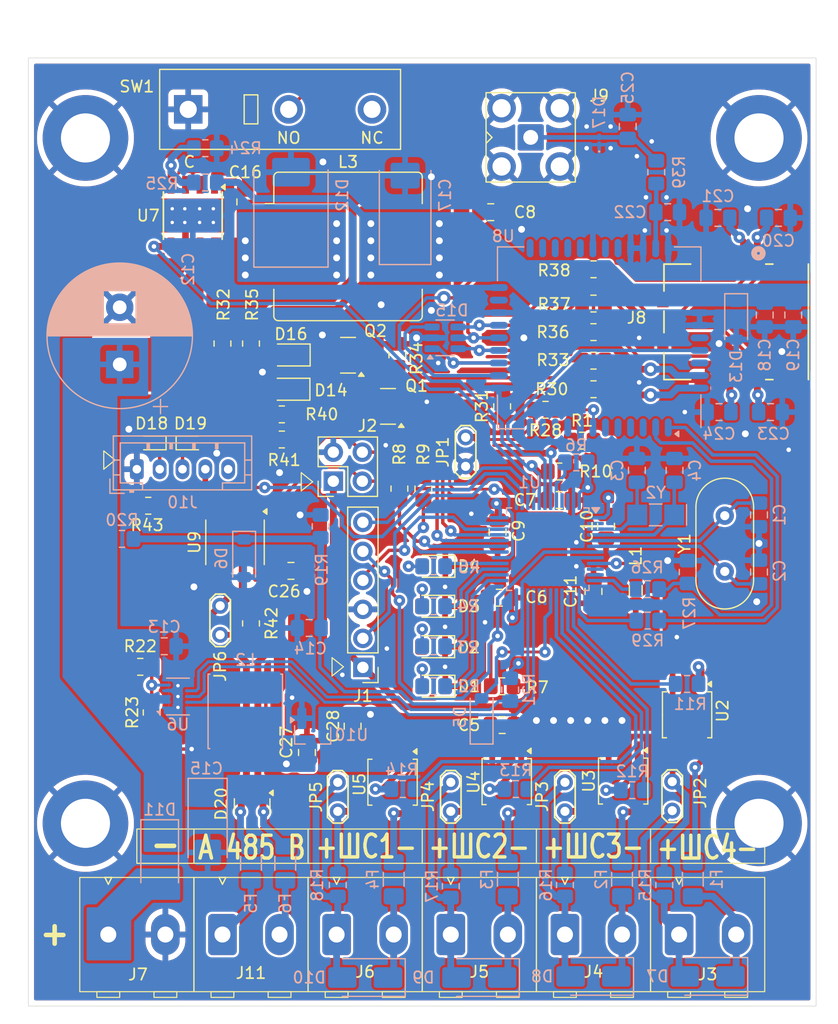
<source format=kicad_pcb>
(kicad_pcb (version 20241229) (generator "pcbnew") (generator_version "9.0")
  (layers (0 "F.Cu" signal) (2 "B.Cu" signal) (13 "F.Paste" user) (15 "B.Paste" user) (5 "F.SilkS" user "F.Silkscreen") (7 "B.SilkS" user "B.Silkscreen") (1 "F.Mask" user) (3 "B.Mask" user) (25 "Edge.Cuts" user))
  (net 0 "")
  (net 1 "Net-(U1-PH0)")
  (net 2 "GNDD")
  (net 3 "Net-(U1-PH1)")
  (net 4 "Net-(U1-PC14)")
  (net 5 "/BATTERY_LEVEL")
  (net 6 "/IN_OUT/VBAT_OUT")
  (net 7 "+4V")
  (net 8 "/RFmodule/CARD_RST")
  (net 9 "/RFmodule/CARD_CLK")
  (net 10 "/RFmodule/CARD_DATA")
  (net 11 "Net-(D1-A)")
  (net 12 "Net-(D2-A)")
  (net 13 "Net-(D3-A)")
  (net 14 "+3V3")
  (net 15 "/SWCLK")
  (net 16 "/SWDIO")
  (net 17 "/SWO")
  (net 18 "/NRST")
  (net 19 "/UART1_RX")
  (net 20 "/UART1_TX")
  (net 21 "Net-(U1-VDDA)")
  (net 22 "Net-(Q1-B)")
  (net 23 "Net-(Q2-B)")
  (net 24 "Net-(U1-BOOT0)")
  (net 25 "Net-(U1-PA10)")
  (net 26 "Net-(U1-PA9)")
  (net 27 "/PWR_GOOD")
  (net 28 "/UART2_TX")
  (net 29 "/UART2_RI")
  (net 30 "/UART2_RX")
  (net 31 "/RFmodule/STATUS")
  (net 32 "/RFmodule/NETLIGHT")
  (net 34 "/SLEEP")
  (net 35 "/RF_ENABLE")
  (net 37 "/4V_ENABLE")
  (net 39 "Net-(U1-PB12)")
  (net 40 "Net-(U1-PB13)")
  (net 41 "Net-(U1-PB14)")
  (net 44 "Net-(D4-A)")
  (net 45 "Net-(JP1-B)")
  (net 46 "Net-(U1-PB15)")
  (net 48 "/TAMPER")
  (net 50 "/USB_D+")
  (net 51 "/USB_D-")
  (net 52 "Net-(U1-PC15)")
  (net 54 "Net-(D8-A2)")
  (net 55 "Net-(D8-A1)")
  (net 56 "Net-(D9-A2)")
  (net 57 "Net-(D9-A1)")
  (net 58 "Net-(U5-A)")
  (net 59 "Net-(U7-BOOT)")
  (net 60 "Net-(D14-K)")
  (net 61 "Net-(U8-GSM_ANT)")
  (net 62 "Net-(D16-K)")
  (net 63 "Net-(D16-A)")
  (net 64 "Net-(U6-SW)")
  (net 65 "Net-(U2-A)")
  (net 66 "Net-(U3-A)")
  (net 67 "Net-(U4-A)")
  (net 68 "Net-(U7-VSENSE)")
  (net 69 "Net-(U8-UART1_RXD)")
  (net 70 "Net-(U8-UART1_RI)")
  (net 71 "Net-(U8-UART1_TXD)")
  (net 92 "+5V")
  (net 93 "Net-(D12-K)")
  (net 94 "Net-(D15-IO3)")
  (net 95 "Net-(D17-A2)")
  (net 96 "Net-(D7-A2)")
  (net 97 "Net-(D14-A)")
  (net 98 "Net-(D15-IO1)")
  (net 99 "Net-(D15-IO2)")
  (net 100 "Net-(D15-IO5)")
  (net 101 "Net-(D15-IO4)")
  (net 102 "/Interface/D+")
  (net 103 "/Interface/D-")
  (net 108 "Net-(J10-Pin_4)")
  (net 109 "Net-(JP6-A)")
  (net 110 "Net-(U6-FB)")
  (net 111 "/V_ISO")
  (net 112 "/DOUT1")
  (net 113 "/DOUT2")
  (net 114 "/DOUT3")
  (net 115 "/DOUT4")
  (net 116 "/Interface/RS485_N")
  (net 117 "/Interface/RS485_P")
  (net 118 "/Interface/RS485+")
  (net 119 "/Interface/RS485-")
  (net 120 "Net-(D10-A2)")
  (net 121 "Net-(D10-A1)")
  (net 122 "Net-(D7-A1)")
  (net 123 "Net-(D11-A)")
  (net 124 "Net-(U2-VEE)")
  (net 125 "Net-(U3-VEE)")
  (net 126 "Net-(U4-VEE)")
  (net 127 "Net-(U5-VEE)")
  (net 128 "Net-(JP2-A)")
  (net 129 "Net-(JP3-A)")
  (net 130 "Net-(JP4-A)")
  (net 131 "Net-(JP5-A)")
  (footprint "TestPoint:TestPoint_2Pads_Pitch2.54mm_Drill0.8mm" (layer "F.Cu") (at 66.3 58.75 90)
    (property "Reference" "JP1")
    (property "Value" "Jumper_2_Open")
  )
  (footprint "Resistor_SMD:R_0805_2012Metric_Pad1.20x1.40mm_HandSolder" (layer "F.Cu") (at 77.5 49.5 180)
    (property "Reference" "R33")
    (property "Value" "4k7")
  )
  (footprint "Package_TO_SOT_SMD:SOT-23" (layer "F.Cu") (at 59.5 53.5 180)
    (property "Reference" "Q1")
    (property "Value" "BC848")
  )
  (footprint "footprints:DEGSON_DG390-5.0-02P_1x02_P5.0mm_Vertical" (layer "F.Cu") (at 35 99.7375)
    (property "Reference" "J7")
    (property "Value" "Conn_DEGSON_01x02_Pin")
  )
  (footprint "Capacitor_SMD:C_0805_2012Metric_Pad1.18x1.45mm_HandSolder" (layer "F.Cu") (at 69.1 64.5 90)
    (property "Reference" "C9")
    (property "Value" "100nF")
  )
  (footprint "Connector_PinHeader_2.54mm:PinHeader_1x06_P2.54mm_Vertical" (layer "F.Cu") (at 57.3 76.35 180)
    (property "Reference" "J1")
    (property "Value" "Conn_01x06_Pin")
  )
  (footprint "Package_SO:SOIC-8_3.9x4.9mm_P1.27mm" (layer "F.Cu") (at 46.1 65.4 -90)
    (property "Reference" "U9")
    (property "Value" "ST485E")
  )
  (footprint "Resistor_SMD:R_0805_2012Metric_Pad1.20x1.40mm_HandSolder" (layer "F.Cu") (at 74.5 59.2 180)
    (property "Reference" "R10")
    (property "Value" "100k")
  )
  (footprint "LED_SMD:LED_0805_2012Metric_Pad1.15x1.40mm_HandSolder" (layer "F.Cu") (at 63.5 78 180)
    (property "Reference" "D1")
    (property "Value" "GNL-0805UEC")
  )
  (footprint "Resistor_SMD:R_0805_2012Metric_Pad1.20x1.40mm_HandSolder" (layer "F.Cu") (at 62.6 60.7 90)
    (property "Reference" "R9")
    (property "Value" "51")
  )
  (footprint "footprints:DEGSON_DG390-5.0-02P_1x02_P5.0mm_Vertical" (layer "F.Cu") (at 85 99.7375)
    (property "Reference" "J3")
    (property "Value" "Conn_DEGSON_01x02_Pin")
  )
  (footprint "Package_TO_SOT_SMD:SOT-23" (layer "F.Cu") (at 47.6 88.5 -90)
    (property "Reference" "D20")
    (property "Value" "SM712_SOT23")
  )
  (footprint "MountingHole:MountingHole_4.3mm_M4_DIN965_Pad" (layer "F.Cu") (at 92 90)
    (property "Reference" "H4" (hide yes))
    (property "Value" "MountingHole_Pad")
  )
  (footprint "Package_SO:SOP-4_3.8x4.1mm_P2.54mm" (layer "F.Cu") (at 59.9 86.4 -90)
    (property "Reference" "U5")
    (property "Value" "PRAG71S")
  )
  (footprint "Package_SO:SOP-4_3.8x4.1mm_P2.54mm" (layer "F.Cu") (at 80.1 86.3 -90)
    (property "Reference" "U3")
    (property "Value" "PRAG71S")
  )
  (footprint "footprints:DEGSON_DG390-5.0-02P_1x02_P5.0mm_Vertical" (layer "F.Cu") (at 55 99.7375)
    (property "Reference" "J6")
    (property "Value" "Conn_DEGSON_01x02_Pin")
  )
  (footprint "footprints:SW_XKB_SM5-180UP-1" (layer "F.Cu") (at 42 27.5)
    (property "Reference" "SW1")
    (property "Value" "SM5-180UP-1")
  )
  (footprint "Capacitor_SMD:C_0805_2012Metric_Pad1.18x1.45mm_HandSolder" (layer "F.Cu") (at 56.4 81.5 90)
    (property "Reference" "C28")
    (property "Value" "100nF")
  )
  (footprint "Resistor_SMD:R_0805_2012Metric_Pad1.20x1.40mm_HandSolder" (layer "F.Cu") (at 38.8 80.3 -90)
    (property "Reference" "R23")
    (property "Value" "680k")
  )
  (footprint "Capacitor_SMD:C_0805_2012Metric_Pad1.18x1.45mm_HandSolder" (layer "F.Cu") (at 51 67.9 180)
    (property "Reference" "C26")
    (property "Value" "100nF")
  )
  (footprint "Capacitor_SMD:C_0805_2012Metric_Pad1.18x1.45mm_HandSolder" (layer "F.Cu") (at 52.4 83.8 -90)
    (property "Reference" "C27")
    (property "Value" "100nF")
  )
  (footprint "footprints:DEGSON_DG390-5.0-02P_1x02_P5.0mm_Vertical" (layer "F.Cu") (at 75 99.7375)
    (property "Reference" "J4")
    (property "Value" "Conn_DEGSON_01x02_Pin")
  )
  (footprint "Resistor_SMD:R_0805_2012Metric_Pad1.20x1.40mm_HandSolder" (layer "F.Cu") (at 50.2 54.2 180)
    (property "Reference" "R40")
    (property "Value" "51")
  )
  (footprint "Package_SO:SOP-4_3.8x4.1mm_P2.54mm" (layer "F.Cu") (at 85.7 80.5 -90)
    (property "Reference" "U2")
    (property "Value" "PRAG71S")
  )
  (footprint "TestPoint:TestPoint_2Pads_Pitch2.54mm_Drill0.8mm" (layer "F.Cu") (at 55.1 88.95 90)
    (property "Reference" "JP5")
    (property "Value" "Jumper_2_Open")
  )
  (footprint "LED_SMD:LED_0805_2012Metric_Pad1.15x1.40mm_HandSolder" (layer "F.Cu") (at 50.82 49 180)
    (property "Reference" "D16")
    (property "Value" "LED_RED")
  )
  (footprint "Capacitor_SMD:C_0805_2012Metric_Pad1.18x1.45mm_HandSolder" (layer "F.Cu") (at 78.6 64 90)
    (property "Reference" "C10")
    (property "Value" "100nF")
  )
  (footprint "TestPoint:TestPoint_2Pads_Pitch2.54mm_Drill0.8mm" (layer "F.Cu") (at 44.8 73.5 90)
    (property "Reference" "JP6")
    (property "Value" "Jumper_2_Open")
  )
  (footprint "LED_SMD:LED_0805_2012Metric_Pad1.15x1.40mm_HandSolder" (layer "F.Cu") (at 50.8 52 180)
    (property "Reference" "D14")
    (property "Value" "LED_RED")
  )
  (footprint "Resistor_SMD:R_0805_2012Metric_Pad1.20x1.40mm_HandSolder" (layer "F.Cu") (at 76.5 56.5 180)
    (property "Reference" "R1")
    (property "Value" "100k")
  )
  (footprint "Resistor_SMD:R_0805_2012Metric_Pad1.20x1.40mm_HandSolder" (layer "F.Cu") (at 69.5 78 180)
    (property "Reference" "R7")
    (property "Value" "100k")
  )
  (footprint "Package_SO:SOP-4_3.8x4.1mm_P2.54mm" (layer "F.Cu") (at 69.9 86.35 -90)
    (property "Reference" "U4")
    (property "Value" "PRAG71S")
  )
  (footprint "Connector_PinSocket_2.54mm:PinSocket_2x02_P2.54mm_Vertical" (layer "F.Cu") (at 54.71 60.05 180)
    (property "Reference" "J2")
    (property "Value" "Conn_02x02_2.54")
  )
  (footprint "Capacitor_SMD:C_0805_2012Metric_Pad1.18x1.45mm_HandSolder" (layer "F.Cu") (at 69.5 81.4 180)
    (property "Reference" "C5")
    (property "Value" "100nF")
  )
  (footprint "TestPoint:TestPoint_2Pads_Pitch2.54mm_Drill0.8mm" (layer "F.Cu") (at 75 88.95 90)
    (property "Reference" "JP3")
    (property "Value" "Jumper_2_Open")
  )
  (footprint "Resistor_SMD:R_0805_2012Metric_Pad1.20x1.40mm_HandSolder" (layer "F.Cu") (at 77.5 47)
    (property "Reference" "R36")
    (property "Value" "51")
  )
  (footprint "MountingHole:MountingHole_4.3mm_M4_DIN965_Pad" (layer "F.Cu") (at 33 30)
    (property "Reference" "H1" (hide yes))
    (property "Value" "MountingHole_Pad")
  )
  (footprint "Capacitor_SMD:C_0805_2012Metric_Pad1.18x1.45mm_HandSolder" (layer "F.Cu") (at 47 35.6 -90)
    (property "Reference" "C16")
    (property "Value" "10nF")
  )
  (footprint "Resistor_SMD:R_0805_2012Metric_Pad1.20x1.40mm_HandSolder" (layer "F.Cu") (at 45 48 -90)
    (property "Reference" "R32")
    (property "Value" "470")
  )
  (footprint "TestPoint:TestPoint_2Pads_Pitch2.54mm_Drill0.8mm" (layer "F.Cu") (at 84.4 86.35 -90)
    (property "Reference" "JP2")
    (property "Value" "Jumper_2_Open")
  )
  (footprint "Capacitor_SMD:C_0805_2012Metric_Pad1.18x1.45mm_HandSolder" (layer "F.Cu") (at 69.25 70.25)
    (property "Reference" "C6")
    (property "Value" "100nF")
  )
  (footprint "MountingHole:MountingHole_4.3mm_M4_DIN965_Pad" (layer "F.Cu") (at 33 90)
    (property "Reference" "H3" (hide yes))
    (property "Value" "MountingHole_Pad")
  )
  (footprint "footprints:SMA_HJ-SMA405" (layer "F.Cu") (at 72 29.95)
    (property "Reference" "J9")
    (property "Value" "HJ-SMA405")
  )
  (footprint "Package_SO:TI_SO-PowerPAD-8_ThermalVias" (layer "F.Cu") (at 42.4 36.8 -90)
    (property "Reference" "U7")
    (property "Value" "TPS5430DDA")
  )
  (footprint "Capacitor_SMD:C_0805_2012Metric_Pad1.18x1.45mm_HandSolder" (layer "F.Cu") (at 68.5 36.5 180)
    (property "Reference" "C8")
    (property "Value" "100nF")
  )
  (footprint "TestPoint:TestPoint_2Pads_Pitch2.54mm_Drill0.8mm" (layer "F.Cu") (at 65 88.95 90)
    (property "Reference" "JP4")
    (property "Value" "Jumper_2_Open")
  )
  (footprint "Package_TO_SOT_SMD:SOT-23" (layer "F.Cu") (at 56 49.025 180)
    (property "Reference" "Q2")
    (property "Value" "BC848")
  )
  (footprint "Resistor_SMD:R_0805_2012Metric_Pad1.20x1.40mm_HandSolder" (layer "F.Cu") (at 60.5 60.7 90)
    (property "Reference" "R8")
    (property "Value" "51")
  )
  (footprint "Diode_SMD:D_SOD-523" (layer "F.Cu") (at 38.8 56.7 180)
    (property "Reference" "D18")
    (property "Value" "ESD321DYAR")
  )
  (footprint "footprints:1042240820_MOLEX" (layer "F.Cu") (at 90 46.1 90)
    (property "Reference" "J8")
    (property "Value" "1042240820")
  )
  (footprint "Capacitor_SMD:C_0805_2012Metric_Pad1.18x1.45mm_HandSolder" (layer "F.Cu") (at 77.5 69.7 -90)
    (property "Reference" "C11")
    (property "Value" "100nF")
  )
  (footprint "Resistor_SMD:R_0805_2012Metric_Pad1.20x1.40mm_HandSolder" (layer "F.Cu") (at 69.5 53.5 -90)
    (property "Reference" "R31")
    (property "Value" "47k")
  )
  (footprint "LED_SMD:LED_0805_2012Metric_Pad1.15x1.40mm_HandSolder" (layer "F.Cu") (at 63.5 67.5 180)
    (property "Reference" "D4")
    (property "Value" "GNL-0805PGC-TL")
  )
  (footprint "Resistor_SMD:R_0805_2012Metric_Pad1.20x1.40mm_HandSolder" (layer "F.Cu") (at 60.32 49.025 90)
    (property "Reference" "R34")
    (property "Value" "47k")
  )
  (footprint "LED_SMD:LED_0805_2012Metric_Pad1.15x1.40mm_HandSolder" (layer "F.Cu") (at 63.475 74.54 180)
    (property "Reference" "D2")
    (property "Value" "GNL-0805PGC-TL")
  )
  (footprint "Capacitor_SMD:C_0805_2012Metric_Pad1.18x1.45mm_HandSolder" (layer "F.Cu") (at 74.5 61.7)
    (property "Reference" "C7")
    (property "Value" "100nF")
  )
  (footprint "footprints:DEGSON_DG390-5.0-02P_1x02_P5.0mm_Vertical" (layer "F.Cu") (at 65 99.7375)
    (property "Reference" "J5")
    (property "Value" "Conn_DEGSON_01x02_Pin")
  )
  (footprint "Diode_SMD:D_SOD-523" (layer "F.Cu") (at 42.2 56.7)
    (property "Reference" "D19")
    (property "Value" "ESD321DYAR")
  )
  (footprint "Inductor_SMD:L_Bourns_SRR1208_12.7x12.7mm" (layer "F.Cu") (at 56 39.5)
    (property "Reference" "L3")
    (property "Value" "22uH")
  )
  (footprint "Resistor_SMD:R_0805_2012Metric_Pad1.20x1.40mm_HandSolder" (layer "F.Cu") (at 73.3 53.8)
    (property "Reference" "R28")
    (property "Value" "1k")
  )
  (footprint "Resistor_SMD:R_0805_2012Metric_Pad1.20x1.40mm_HandSolder" (layer "F.Cu") (at 77.5 44.5)
    (property "Reference" "R37")
    (property "Value" "51")
  )
  (footprint "footprints:DEGSON_DG390-5.0-02P_1x02_P5.0mm_Vertical" (layer "F.Cu") (at 45 99.7375)
    (property "Reference" "J11")
    (property "Value" "Conn_DEGSON_01x02_Pin")
  )
  (footprint "Resistor_SMD:R_0805_2012Metric_Pad1.20x1.40mm_HandSolder" (layer "F.Cu") (at 47.5 48 -90)
    (property "Reference" "R35")
    (property "Value" "470")
  )
  (footprint "MountingHole:MountingHole_4.3mm_M4_DIN965_Pad" (layer "F.Cu") (at 92 30)
    (property "Reference" "H2" (hide yes))
    (property "Value" "MountingHole_Pad")
  )
  (footprint "Resistor_SMD:R_0805_2012Metric_Pad1.20x1.40mm_HandSolder" (layer "F.Cu") (at 47.5 72.5 -90)
    (property "Reference" "R42")
    (property "Value" "680")
  )
  (footprint "LED_SMD:LED_0805_2012Metric_Pad1.15x1.40mm_HandSolder" (layer "F.Cu") (at 63.475 71 180)
    (property "Reference" "D3")
    (property "Value" "GNL-0805PGC-TL")
  )
  (footprint "Resistor_SMD:R_0805_2012Metric_Pad1.20x1.40mm_HandSolder" (layer "F.Cu") (at 77.5 52 180)
    (property "Reference" "R30")
    (property "Value" "4k7")
  )
  (footprint "Resistor_SMD:R_0805_2012Metric_Pad1.20x1.40mm_HandSolder" (layer "F.Cu") (at 77.5 41.5)
    (property "Reference" "R38")
    (property "Value" "51")
  )
  (footprint "Resistor_SMD:R_0805_2012Metric_Pad1.20x1.40mm_HandSolder" (layer "F.Cu") (at 37.8 76.3)
    (property "Reference" "R22")
    (property "Value" "130k")
  )
  (footprint "Resistor_SMD:R_0805_2012Metric_Pad1.20x1.40mm_HandSolder" (layer "F.Cu") (at 50.2 56.4 180)
    (property "Reference" "R41")
    (property "Value" "51")
  )
  (footprint "Crystal:Crystal_HC49-4H_Vertical" (layer "F.Cu") (at 89 67.95 90)
    (property "Reference" "Y1")
    (property "Value" "4 MHz")
  )
  (footprint "Inductor_SMD:L_0805_2012Metric_Pad1.05x1.20mm_HandSolder" (layer "F.Cu") (at 81.2 69.6 90)
    (property "Reference" "L1")
    (property "Value" "MLZ2012M100WT000")
  )
  (footprint "Resistor_SMD:R_0805_2012Metric_Pad1.20x1.40mm_HandSolder" (layer "F.Cu") (at 38.5 62.2 180)
    (property "Reference" "R43")
    (property "Value" "5k1")
  )
  (footprint "Diode_SMD:D_SMA" (layer "B.Cu") (at 39.5 93.2 -90)
    (property "Reference" "D11")
    (property "Value" "SS26")
  )
  (footprint "Capacitor_SMD:C_0805_2012Metric_Pad1.18x1.45mm_HandSolder" (layer "B.Cu") (at 95 45.5 90)
    (property "Reference" "C19")
    (property "Value" "33pF")
  )
  (footprint "Diode_SMD:D_01005_0402Metric_Pad0.57x0.30mm_HandSolder" (layer "B.Cu") (at 78 30.25 90)
    (property "Reference" "D17")
    (property "Value" "LXES1UTAA1-157")
  )
  (footprint "Capacitor_SMD:C_0805_2012Metric_Pad1.18x1.45mm_HandSolder" (layer "B.Cu") (at 88.5 54)
    (property "Reference" "C24")
    (property "Value" "22pF")
  )
  (footprint "Resistor_SMD:R_0805_2012Metric_Pad1.20x1.40mm_HandSolder" (layer "B.Cu") (at 63.5 67.5 180)
    (property "Reference" "R5")
    (property "Value" "680")
  )
  (footprint "Resistor_SMD:R_0805_2012Metric_Pad1.20x1.40mm_HandSolder" (layer "B.Cu") (at 60.8 87 180)
    (property "Reference" "R14")
    (property "Value" "3k3")
  )
  (footprint "Capacitor_SMD:C_0805_2012Metric_Pad1.18x1.45mm_HandSolder" (layer "B.Cu") (at 92 63 90)
    (property "Reference" "C1")
    (property "Value" "20pF")
  )
  (footprint "Capacitor_SMD:C_0805_2012Metric_Pad1.18x1.45mm_HandSolder" (layer "B.Cu") (at 93 54 180)
    (property "Reference" "C23")
    (property "Value" "22pF")
  )
  (footprint "Resistor_SMD:R_0805_2012Metric_Pad1.20x1.40mm_HandSolder" (layer "B.Cu") (at 83.7 95.4 -90)
    (property "Reference" "R15")
    (property "Value" "4k7")
  )
  (footprint "Capacitor_SMD:C_0805_2012Metric_Pad1.18x1.45mm_HandSolder" (layer "B.Cu") (at 39.9 74.5)
    (property "Reference" "C13")
    (property "Value" "470nFx50V")
  )
  (footprint "Capacitor_SMD:C_0805_2012Metric_Pad1.18x1.45mm_HandSolder" (layer "B.Cu") (at 52.6 72.9)
    (property "Reference" "C14")
    (property "Value" "100nF")
  )
  (footprint "Capacitor_SMD:C_0805_2012Metric_Pad1.18x1.45mm_HandSolder" (layer "B.Cu") (at 84.6 59.1 -90)
    (property "Reference" "C4")
    (property "Value" "12.5pF")
  )
  (footprint "Diode_SMD:D_SMA" (layer "B.Cu") (at 67.5 103.5 180)
    (property "Reference" "D9")
    (property "Value" "SMAJ30CA")
  )
  (footprint "Resistor_SMD:R_0805_2012Metric_Pad1.20x1.40mm_HandSolder" (layer "B.Cu") (at 63.5 71 180)
    (property "Reference" "R4")
    (property "Value" "680")
  )
  (footprint "Resistor_SMD:R_0805_2012Metric_Pad1.20x1.40mm_HandSolder" (layer "B.Cu") (at 70.7 87 180)
    (property "Reference" "R13")
    (property "Value" "3k3")
  )
  (footprint "Resistor_SMD:R_0805_2012Metric_Pad1.20x1.40mm_HandSolder" (layer "B.Cu") (at 82.25 72.25)
    (property "Reference" "R29")
    (property "Value" "1k")
  )
  (footprint "Crystal:Crystal_SMD_EuroQuartz_EQ161-2Pin_3.2x1.5mm_HandSoldering" (layer "B.Cu") (at 82.95 63 180)
    (property "Reference" "Y2")
    (property "Value" "32768 kHz")
  )
  (footprint "Resistor_SMD:R_0805_2012Metric_Pad1.20x1.40mm_HandSolder" (layer "B.Cu") (at 83 33 90)
    (property "Reference" "R39")
    (property "Value" "0")
  )
  (footprint "Diode_SMD:D_SMC" (layer "B.Cu") (at 51 36.4 90)
    (property "Reference" "D12")
    (property "Value" "B340")
  )
  (footprint "Resistor_SMD:R_0805_2012Metric_Pad1.20x1.40mm_HandSolder" (layer "B.Cu") (at 80.9 87.1 180)
    (property "Reference" "R12")
    (property "Value" "3k3")
  )
  (footprint "Capacitor_SMD:C_0805_2012Metric_Pad1.18x1.45mm_HandSolder" (layer "B.Cu") (at 81.3 59.1 -90)
    (property "Reference" "C3")
    (property "Value" "12.5pF")
  )
  (footprint "Capacitor_SMD:C_0805_2012Metric_Pad1.18x1.45mm_HandSolder" (layer "B.Cu") (at 88.4 37)
    (property "Reference" "C21")
    (property "Value" "22pF")
  )
  (footprint "Resistor_SMD:R_0805_2012Metric_Pad1.20x1.40mm_HandSolder" (layer "B.Cu") (at 55.1 95.4 -90)
    (property "Reference" "R18")
    (property "Value" "4k7")
  )
  (footprint "Package_SON:WSON-10-1EP_2x3mm_P0.5mm_EP0.84x2.4mm_ThermalVias" (layer "B.Cu") (at 41.1 78.9)
    (property "Reference" "U6")
    (property "Value" "TPS62177DQC")
  )
  (footprint "Capacitor_SMD:C_0805_2012Metric_Pad1.18x1.45mm_HandSolder" (layer "B.Cu") (at 80.5 29 -90)
    (property "Reference" "C25")
    (property "Value" "10pF")
  )
  (footprint "Resistor_SMD:R_0805_2012Metric_Pad1.20x1.40mm_HandSolder" (layer "B.Cu") (at 63.5 74.5 180)
    (property "Reference" "R3")
    (property "Value" "680")
  )
  (footprint "Capacitor_THT:CP_Radial_D12.5mm_P5.00mm" (layer "B.Cu") (at 36 49.823959 90)
    (property "Reference" "C12")
    (property "Value" "1000uFx35V")
  )
  (footprint "Fuse:Fuse_1206_3216Metric_Pad1.42x1.75mm_HandSolder" (layer "B.Cu") (at 80 94.9 -90)
    (property "Reference" "F2")
    (property "Value" "1206L005/60WR")
  )
  (footprint "Fuse:Fuse_1206_3216Metric_Pad1.42x1.75mm_HandSolder" (layer "B.Cu") (at 50.5 93.5 -90)
    (property "Reference" "F6")
    (property "Value" "1206L005/60WR")
  )
  (footprint "Resistor_SMD:R_0805_2012Metric_Pad1.20x1.40mm_HandSolder" (layer "B.Cu") (at 53.6 64 90)
    (property "Reference" "R19")
    (property "Value" "100k")
  )
  (footprint "Resistor_SMD:R_0805_2012Metric_Pad1.20x1.40mm_HandSolder" (layer "B.Cu") (at 70.2 78.3 90)
    (property "Reference" "R21")
    (property "Value" "100k")
  )
  (footprint "Connector_JST:JST_PH_B5B-PH-K_1x05_P2.00mm_Vertical" (layer "B.Cu") (at 37.5 59)
    (property "Reference" "J10")
    (property "Value" "Conn_01x05")
  )
  (footprint "Diode_SMD:D_SOD-123" (layer "B.Cu") (at 90 46 -90)
    (property "Reference" "D13")
    (property "Value" "MMSZ5231BT1G")
  )
  (footprint "Resistor_SMD:R_0805_2012Metric_Pad1.20x1.40mm_HandSolder" (layer "B.Cu") (at 36.2 65.1 180)
    (property "Reference" "R20")
    (property "Value" "1M")
  )
  (footprint "Resistor_SMD:R_0805_2012Metric_Pad1.20x1.40mm_HandSolder" (layer "B.Cu") (at 82.25 69.5)
    (property "Reference" "R26")
    (property "Value" "1k")
  )
  (footprint "Resistor_SMD:R_0805_2012Metric_Pad1.20x1.40mm_HandSolder" (layer "B.Cu") (at 76 58.4 180)
    (property "Reference" "R6")
    (property "Value" "10k")
  )
  (footprint "Fuse:Fuse_1206_3216Metric_Pad1.42x1.75mm_HandSolder" (layer "B.Cu") (at 70 94.9 -90)
    (property "Reference" "F3")
    (property "Value" "1206L005/60WR")
  )
  (footprint "Fuse:Fuse_1206_3216Metric_Pad1.42x1.75mm_HandSolder" (layer "B.Cu") (at 60 94.9 -90)
    (property "Reference" "F4")
    (property "Value" "1206L005/60WR")
  )
  (footprint "Fuse:Fuse_1206_3216Metric_Pad1.42x1.75mm_HandSolder" (layer "B.Cu") (at 47.5 93.5 -90)
    (property "Reference" "F5")
    (property "Value" "1206L005/60WR")
  )
  (footprint "Resistor_SMD:R_0805_2012Metric_Pad1.20x1.40mm_HandSolder" (layer "B.Cu") (at 75 95.4 -90)
    (property "Reference" "R16")
    (property "Value" "4k7")
  )
  (footprint "Diode_SMD:D_SMA" (layer "B.Cu") (at 87.5 103.4 180)
    (property "Reference" "D7")
    (property "Value" "SMAJ30CA")
  )
  (footprint "Package_TO_SOT_SMD:SOT-23-6" (layer "B.Cu") (at 64.5 47.5)
    (property "Reference" "D15")
    (property "Value" "ESDA6V1-5SC6")
  )
  (footprint "Diode_SMD:D_SMA" (layer "B.Cu") (at 57.5 103.5 180)
    (property "Reference" "D10")
    (property "Value" "SMAJ30CA")
  )
  (footprint "Capacitor_Tantalum_SMD:CP_EIA-7343-30_AVX-N_Pad2.25x2.55mm_HandSolder" (layer "B.Cu") (at 61 36.5 90)
    (property "Reference" "C17")
    (property "Value" "470uFx6.3V")
  )
  (footprint "Inductor_SMD:L_Cenker_CKCS6028" (layer "B.Cu") (at 47 80.2 -90)
    (property "Reference" "L2")
    (property "Value" "KSE-CD5D18NP-220NC")
  )
  (footprint "Package_TO_SOT_SMD:SOT-23_Handsoldering" (layer "B.Cu") (at 52.9 82.3 -90)
    (property "Reference" "U10")
    (property "Value" "TLV76033")
  )
  (footprint "Capacitor_SMD:C_0805_2012Metric_Pad1.18x1.45mm_HandSolder" (layer "B.Cu") (at 92.5 45.5 90)
    (property "Reference" "C18")
    (property "Value" "10pF")
  )
  (footprint "Diode_SMD:D_SOD-123" (layer "B.Cu") (at 67.7 80.7 90)
    (property "Reference" "D5")
    (property "Value" "MBR0580")
  )
  (footprint "Resistor_SMD:R_0805_2012Metric_Pad1.20x1.40mm_HandSolder" (layer "B.Cu") (at 43.5 33.9)
    (property "Reference" "R25")
    (property "Value" "10k")
  )
  (footprint "Resistor_SMD:R_0805_2012Metric_Pad1.20x1.40mm_HandSolder" (layer "B.Cu") (at 85.7 77.8)
    (property "Reference" "R11")
    (property "Value" "3k3")
  )
  (footprint "Fuse:Fuse_1206_3216Metric_Pad1.42x1.75mm_HandSolder" (layer "B.Cu") (at 86.2 94.9 -90)
    (property "Reference" "F1")
    (property "Value" "1206L005/60WR")
  )
  (footprint "RF_GSM:SIMCom_SIM800C" (layer "B.Cu") (at 78 47.5 90)
    (property "Reference" "U8")
    (property "Value" "SIM800C")
  )
  (footprint "Capacitor_SMD:C_0805_2012Metric_Pad1.18x1.45mm_HandSolder" (layer "B.Cu") (at 92 68 -90)
    (property "Reference" "C2")
    (property "Value" "20pF")
  )
  (footprint "Resistor_SMD:R_0805_2012Metric_Pad1.20x1.40mm_HandSolder" (layer "B.Cu") (at 43.5 30.9 180)
    (property "Reference" "R24")
    (property "Value" "4k3")
  )
  (footprint "Capacitor_Tantalum_SMD:CP_EIA-6032-28_Kemet-C_Pad2.25x2.35mm_HandSolder" (layer "B.Cu") (at 43.7 90 -90)
    (property "Reference" "C15")
    (property "Value" "CA45-C010K107T")
  )
  (footprint "Resistor_SMD:R_0805_2012Metric_Pad1.20x1.40mm_HandSolder" (layer "B.Cu") (at 63.5 78 180)
    (property "Reference" "R2")
    (property "Value" "680")
  )
  (footprint "Capacitor_SMD:C_0805_2012Metric_Pad1.18x1.45mm_HandSolder" (layer "B.Cu") (at 93.7 37 180)
    (property "Reference" "C20")
    (property "Value" "100nF")
  )
  (footprint "Resistor_SMD:R_0805_2012Metric_Pad1.20x1.40mm_HandSolder" (layer "B.Cu") (at 65 95.5 -90)
    (property "Reference" "R17")
    (property "Value" "4k7")
  )
  (footprint "Resistor_SMD:R_0805_2012Metric_Pad1.20x1.40mm_HandSolder" (layer "B.Cu") (at 85.75 68 -90)
    (property "Reference" "R27")
    (property "Value" "5k6")
  )
  (footprint "Diode_SMD:D_SMA" (layer "B.Cu") (at 77.5 103.4 180)
    (property "Reference" "D8")
    (property "Value" "SMAJ30CA")
  )
  (footprint "Capacitor_SMD:C_0805_2012Metric_Pad1.18x1.45mm_HandSolder" (layer "B.Cu") (at 84 36.5 180)
    (property "Reference" "C22")
    (property "Value" "10pF")
  )
  (footprint "Package_QFP:LQFP-48_7x7mm_P0.5mm" (layer "B.Cu") (at 73.5 66 180)
    (property "Reference" "U1")
    (property "Value" "STM32L052C8Tx")
  )
  (footprint "Diode_SMD:D_SOD-123" (layer "B.Cu") (at 46.9 66.8 -90)
    (property "Reference" "D6")
    (property "Value" "MBR0580")
  )
  (gr_line (start 51.9 60.9) (end 52.9 60.1) (stroke (width 0.1)) (layer "F.SilkS"))
  (gr_line (start 52.9 60.1) (end 51.9 59.3) (stroke (width 0.1)) (layer "F.SilkS"))
  (gr_rect (start 37.5 90.5) (end 92.5 93.5) (stroke (width 0.1)) (fill no) (layer "F.SilkS"))
  (gr_line (start 62.5 93.5) (end 62.5 90.5) (stroke (width 0.1)) (layer "F.SilkS"))
  (gr_line (start 34.6 57.4) (end 34.6 59) (stroke (width 0.1)) (layer "F.SilkS"))
  (gr_line (start 72.5 93.5) (end 72.5 90.5) (stroke (width 0.1)) (layer "F.SilkS"))
  (gr_line (start 51.9 59.3) (end 51.9 60.9) (stroke (width 0.1)) (layer "F.SilkS"))
  (gr_line (start 34.6 59) (end 35.6 58.2) (stroke (width 0.1)) (layer "F.SilkS"))
  (gr_line (start 55.6 76.3) (end 54.6 75.5) (stroke (width 0.1)) (layer "F.SilkS"))
  (gr_line (start 54.6 75.5) (end 54.6 77.1) (stroke (width 0.1)) (layer "F.SilkS"))
  (gr_line (start 52.5 93.5) (end 52.5 90.5) (stroke (width 0.1)) (layer "F.SilkS"))
  (gr_line (start 54.6 77.1) (end 55.6 76.3) (stroke (width 0.1)) (layer "F.SilkS"))
  (gr_line (start 35.6 58.2) (end 34.6 57.4) (stroke (width 0.1)) (layer "F.SilkS"))
  (gr_line (start 82.5 93.5) (end 82.5 90.5) (stroke (width 0.1)) (layer "F.SilkS"))
  (gr_line (start 42.5 93.5) (end 42.5 90.5) (stroke (width 0.1)) (layer "F.SilkS"))
  (gr_rect (start 28 23) (end 97 106) (stroke (width 0.05)) (fill no) (layer "Edge.Cuts"))
  (gr_text "+ШС1-" (at 53 93.2 0) (layer "F.SilkS") (effects (font (size 2 1.5) (thickness 0.3)) (justify left bottom)))
  (gr_text "+ШС2-" (at 62.9 93.2 0) (layer "F.SilkS") (effects (font (size 2 1.5) (thickness 0.3)) (justify left bottom)))
  (gr_text "A 485 B" (at 42.7 93.3 0) (layer "F.SilkS") (effects (font (size 2 1.5) (thickness 0.3)) (justify left bottom)))
  (gr_text "-" (at 38.5 93 0) (layer "F.SilkS") (effects (font (size 2 2) (thickness 0.4) (bold yes)) (justify left bottom)))
  (gr_text "+ШС4-" (at 82.9 93.3 0) (layer "F.SilkS") (effects (font (size 2 1.5) (thickness 0.3)) (justify left bottom)))
  (gr_text "+ШС3-" (at 72.9 93.2 0) (layer "F.SilkS") (effects (font (size 2 1.5) (thickness 0.3)) (justify left bottom)))
  (gr_text "+" (at 28.8 100.8 0) (layer "F.SilkS") (effects (font (size 2 2) (thickness 0.4) (bold yes)) (justify left bottom)))
  (segment (start 89 63.07) (end 90.1075 61.9625) (width 0.3) (layer "B.Cu") (net 1))
  (segment (start 77.6625 65.25) (end 86.82 65.25) (width 0.3) (layer "B.Cu") (net 1))
  (segment (start 90.1075 61.9625) (end 92 61.9625) (width 0.3) (layer "B.Cu") (net 1))
  (segment (start 86.82 65.25) (end 89 63.07) (width 0.3) (layer "B.Cu") (net 1))
  (segment (start 41.765 37.465) (end 41.7 37.4) (width 0.6) (layer "F.Cu") (net 2))
  (via (at 52.4 69.7) (size 1.2) (drill 0.6) (layers "F.Cu" "B.Cu") (net 2))
  (via (at 53.75 47.25) (size 1.2) (drill 0.6) (layers "F.Cu" "B.Cu") (net 2))
  (via (at 76.9 29) (size 1) (drill 0.4) (layers "F.Cu" "B.Cu") (net 2))
  (via (at 94.6 57.3) (size 1) (drill 0.4) (layers "F.Cu" "B.Cu") (net 2))
  (via (at 55.5 77) (size 1) (drill 0.4) (layers "F.Cu" "B.Cu") (net 2))
  (via (at 62.9 53.1) (size 1) (drill 0.4) (layers "F.Cu" "B.Cu") (net 2))
  (via (at 76.9 30.9) (size 1) (drill 0.4) (layers "F.Cu" "B.Cu") (net 2))
  (via (at 82 38.1) (size 1) (drill 0.4) (layers "F.Cu" "B.Cu") (net 2))
  (via (at 66.8 62.9) (size 1) (drill 0.4) (layers "F.Cu" "B.Cu") (net 2))
  (via (at 83.9 35.2) (size 1) (drill 0.4) (layers "F.Cu" "B.Cu") (net 2))
  (via (at 88.5 48) (size 1.2) (drill 0.6) (layers "F.Cu" "B.Cu") (net 2))
  (via (at 91 36.2) (size 1.2) (drill 0.6) (layers "F.Cu" "B.Cu") (net 2))
  (via (at 90.8 55.9) (size 1.2) (drill 0.6) (layers "F.Cu" "B.Cu") (net 2))
  (via (at 58.9 44.6) (size 1.2) (drill 0.6) (layers "F.Cu" "B.Cu") (net 2))
  (via (at 64.5 69.3) (size 1) (drill 0.4) (layers "F.Cu" "B.Cu") (net 2))
  (via (at 81.5 51.4) (size 1) (drill 0.4) (layers "F.Cu" "B.Cu") (net 2))
  (via (at 71.4 47.5) (size 1.2) (drill 0.6) (layers "F.Cu" "B.Cu") (net 2))
  (via (at 82.6 30.3) (size 1) (drill 0.4) (layers "F.Cu" "B.Cu") (net 2))
  (via (at 51.1 79) (size 1) (drill 0.4) (layers "F.Cu" "B.Cu") (net 2))
  (via (at 76 65.4) (size 1) (drill 0.4) (layers "F.Cu" "B.Cu") (net 2))
  (via (at 59.3 56.9) (size 1) (drill 0.4) (layers "F.Cu" "B.Cu") (net 2))
  (via (at 91.8 70.6) (size 1.2) (drill 0.6) (layers "F.Cu" "B.Cu") (net 2))
  (via (at 42.5 69.3) (size 1.2) (drill 0.6) (layers "F.Cu" "B.Cu") (net 2))
  (via (at 59.4 74.7) (size 1) (drill 0.4) (layers "F.Cu" "B.Cu") (net 2))
  (via (at 48.5 50.5) (size 1.2) (drill 0.6) (layers "F.Cu" "B.Cu") (net 2))
  (via (at 68 72.4) (size 1) (drill 0.4) (layers "F.Cu" "B.Cu") (net 2))
  (via (at 92 65.5) (size 1.2) (drill 0.6) (layers "F.Cu" "B.Cu") (net 2))
  (via (at 84 67) (size 1.2) (drill 0.6) (layers "F.Cu" "B.Cu") (net 2))
  (via (at 85.5 54) (size 1) (drill 0.4) (layers "F.Cu" "B.Cu") (net 2))
  (via (at 44.5 57.6) (size 1.2) (drill 0.6) (layers "F.Cu" "B.Cu") (net 2))
  (via (at 53.8 32.1) (size 1.2) (drill 0.6) (layers "F.Cu" "B.Cu") (net 2))
  (via (at 63.3 45.1) (size 1.2) (drill 0.6) (layers "F.Cu" "B.Cu") (net 2))
  (via (at 50 59.3) (size 1.2) (drill 0.6) (layers "F.Cu" "B.Cu") (net 2))
  (via (at 79 30.9) (size 1) (drill 0.4) (layers "F.Cu" "B.Cu") (net 2))
  (via (at 64.5 72.8) (size 1) (drill 0.4) (layers "F.Cu" "B.Cu") (net 2))
  (via (at 64.5 76.3) (size 1) (drill 0.4) (layers "F.Cu" "B.Cu") (net 2))
  (via (at 63.9 49.7) (size 1) (drill 0.4) (layers "F.Cu" "B.Cu") (net 2))
  (via (at 81.3 31.6) (size 1) (drill 0.4) (layers "F.Cu" "B.Cu") (net 2))
  (via (at 94 48.7) (size 1.2) (drill 0.6) (layers "F.Cu" "B.Cu") (net 2))
  (via (at 36.8 55.5) (size 1.2) (drill 0.6) (layers "F.Cu" "B.Cu") (net 2))
  (via (at 79 29) (size 1) (drill 0.4) (layers "F.Cu" "B.Cu") (net 2))
  (via (at 63.3 33.4) (size 1.2) (drill 0.6) (layers "F.Cu" "B.Cu") (net 2))
  (via (at 84.8 73.7) (size 1) (drill 0.4) (layers "F.Cu" "B.Cu") (net 2))
  (via (at 81.5 47.5) (size 1) (drill 0.4) (layers "F.Cu" "B.Cu") (net 2))
  (via (at 51.8 63) (size 1.2) (drill 0.6) (layers "F.Cu" "B.Cu") (net 2))
  (via (at 76 67.5) (size 1) (drill 0.4) (layers "F.Cu" "B.Cu") (net 2))
  (via (at 83.9 38.1) (size 1) (drill 0.4) (layers "F.Cu" "B.Cu") (net 2))
  (via (at 62 47.5) (size 1.2) (drill 0.6) (layers "F.Cu" "B.Cu") (net 2))
  (via (at 82.1 35.2) (size 1) (drill 0.4) (layers "F.Cu" "B.Cu") (net 2))
  (via (at 71.2 38) (size 1.2) (drill 0.6) (layers "F.Cu" "B.Cu") (net 2))
  (segment (start 77.6625 65.75) (end 86.8 65.75) (width 0.3) (layer "B.Cu") (net 3))
  (segment (start 89 67.95) (end 90.0875 69.0375) (width 0.3) (layer "B.Cu") (net 3))
  (segment (start 90.0875 69.0375) (end 92 69.0375) (width 0.3) (layer "B.Cu") (net 3))
  (segment (start 86.8 65.75) (end 89 67.95) (width 0.3) (layer "B.Cu") (net 3))
  (segment (start 77.6625 64.25) (end 79.95 64.25) (width 0.3) (layer "B.Cu") (net 4))
  (segment (start 81.2 63) (end 81.325 63) (width 0.3) (layer "B.Cu") (net 4))
  (segment (start 81.325 63) (end 81.325 60.1625) (width 0.3) (layer "B.Cu") (net 4))
  (segment (start 79.95 64.25) (end 81.2 63) (width 0.3) (layer "B.Cu") (net 4))
  (segment (start 81.325 60.1625) (end 81.3 60.1375) (width 0.3) (layer "B.Cu") (net 4))
  (segment (start 69.5 75) (end 73.25 75) (width 0.25) (layer "F.Cu") (net 5))
  (via (at 69.5 75) (size 1) (drill 0.4) (layers "F.Cu" "B.Cu") (net 5))
  (via (at 73.25 75) (size 1) (drill 0.4) (layers "F.Cu" "B.Cu") (net 5))
  (segment (start 69 77.75) (end 67.198 79.552) (width 0.3) (layer "B.Cu") (net 5))
  (segment (start 67.198 79.552) (end 61.68661 79.552) (width 0.3) (layer "B.Cu") (net 5))
  (segment (start 73.25 75) (end 73.25 72) (width 0.3) (layer "B.Cu") (net 5))
  (segment (start 73.75 71.5) (end 73.75 70.1625) (width 0.3) (layer "B.Cu") (net 5))
  (segment (start 53.5375 73) (end 53.6375 72.9) (width 0.3) (layer "B.Cu") (net 5))
  (segment (start 37.2 65.1) (end 53.5 65.1) (width 0.6) (layer "B.Cu") (net 5))
  (segment (start 53.5 65.1) (end 53.6 65) (width 0.6) (layer "B.Cu") (net 5))
  (segment (start 53.5375 76.3375) (end 53.5375 73) (width 0.3) (layer "B.Cu") (net 5))
  (segment (start 55.673 78.473) (end 53.5375 76.3375) (width 0.3) (layer "B.Cu") (net 5))
  (segment (start 73.25 72) (end 73.75 71.5) (width 0.3) (layer "B.Cu") (net 5))
  (segment (start 60.60761 78.473) (end 55.673 78.473) (width 0.3) (layer "B.Cu") (net 5))
  (segment (start 69 75.5) (end 69 77.75) (width 0.3) (layer "B.Cu") (net 5))
  (segment (start 69.5 75) (end 69 75.5) (width 0.3) (layer "B.Cu") (net 5))
  (segment (start 61.68661 79.552) (end 60.60761 78.473) (width 0.3) (layer "B.Cu") (net 5))
  (segment (start 53.6 65) (end 53.6 72.95) (width 0.6) (layer "B.Cu") (net 5))
  (segment (start 53.6 72.95) (end 53.65 73) (width 0.6) (layer "B.Cu") (net 5))
  (segment (start 47.5 47) (end 45 47) (width 0.6) (layer "F.Cu") (net 7))
  (segment (start 49.5 45) (end 47.5 47) (width 0.6) (layer "F.Cu") (net 7))
  (segment (start 58 42) (end 55 45) (width 0.6) (layer "F.Cu") (net 7))
  (segment (start 55 45) (end 49.5 45) (width 0.6) (layer "F.Cu") (net 7))
  (via (at 58 39) (size 1.2) (drill 0.6) (layers "F.Cu" "B.Cu") (net 7))
  (via (at 58 37.5) (size 1.2) (drill 0.6) (layers "F.Cu" "B.Cu") (net 7))
  (via (at 58 40.5) (size 1.2) (drill 0.6) (layers "F.Cu" "B.Cu") (net 7))
  (via (at 64 42) (size 1.2) (drill 0.6) (layers "F.Cu" "B.Cu") (net 7))
  (via (at 58 42) (size 1.2) (drill 0.6) (layers "F.Cu" "B.Cu") (net 7))
  (via (at 64 39) (size 1.2) (drill 0.6) (layers "F.Cu" "B.Cu") (net 7))
  (via (at 64 37.5) (size 1.2) (drill 0.6) (layers "F.Cu" "B.Cu") (net 7))
  (via (at 64 40.5) (size 1.2) (drill 0.6) (layers "F.Cu" "B.Cu") (net 7))
  (segment (start 55.8 35.3) (end 58 37.5) (width 0.6) (layer "B.Cu") (net 7))
  (segment (start 46.4 33.9) (end 47.8 35.3) (width 0.6) (layer "B.Cu") (net 7))
  (segment (start 47.8 35.3) (end 55.8 35.3) (width 0.6) (layer "B.Cu") (net 7))
  (segment (start 44.5 33.9) (end 46.4 33.9) (width 0.6) (layer "B.Cu") (net 7))
  (segment (start 81 43) (end 79.5 41.5) (width 0.3) (layer "F.Cu") (net 8))
  (segment (start 90.65 42.4203) (end 90.0703 43) (width 0.3) (layer "F.Cu") (net 8))
  (segment (start 90.26875 38.7) (end 90.26875 38.73125) (width 0.6) (layer "F.Cu") (net 8))
  (segment (start 90.26875 38.73125) (end 90.65 39.1125) (width 0.6) (layer "F.Cu") (net 8))
  (segment (start 79.5 41.5) (end 78.5 41.5) (width 0.3) (layer "F.Cu") (net 8))
  (segment (start 90.2375 38.7) (end 90.26875 38.7) (width 0.6) (layer "F.Cu") (net 8))
  (segment (start 90.65 41.125) (end 90.575 41.2) (width 0.6) (layer "F.Cu") (net 8))
  (segment (start 90.65 39.1125) (end 90.65 41.125) (width 0.6) (layer "F.Cu") (net 8))
  (segment (start 90.652399 41.622601) (end 90.65 41.625) (width 0.3) (layer "F.Cu") (net 8))
  (segment (start 90.0703 43) (end 81 43) (width 0.3) (layer "F.Cu") (net 8))
  (segment (start 90.65 41.625) (end 90.65 42.4203) (width 0.3) (layer "F.Cu") (net 8))
  (segment (start 90.652399 41.2) (end 90.652399 41.622601) (width 0.3) (layer "F.Cu") (net 8))
  (via (at 90.26875 38.7) (size 1) (drill 0.4) (layers "F.Cu" "B.Cu") (net 8))
  (segment (start 89.4375 37.86875) (end 90.26875 38.7) (width 0.6) (layer "B.Cu") (net 8))
  (segment (start 89.4375 37) (end 89.4375 37.86875) (width 0.6) (layer "B.Cu") (net 8))
  (segment (start 81.6 46.6) (end 79.5 44.5) (width 0.3) (layer "F.Cu") (net 9))
  (segment (start 79.5 44.5) (end 78.5 44.5) (width 0.3) (layer "F.Cu") (net 9))
  (segment (start 91.852399 51) (end 91.852399 49.782099) (width 0.3) (layer "F.Cu") (net 9))
  (segment (start 88.6703 46.6) (end 81.6 46.6) (width 0.3) (layer "F.Cu") (net 9))
  (segment (start 91.9 52.3) (end 91.852399 52.252399) (width 0.6) (layer "F.Cu") (net 9))
  (segment (start 91.852399 52.252399) (end 91.852399 51) (width 0.6) (layer "F.Cu") (net 9))
  (segment (start 91.852399 49.782099) (end 88.6703 46.6) (width 0.3) (layer "F.Cu") (net 9))
  (segment (start 91.9 52.5) (end 91.9 52.3) (width 0.6) (layer "F.Cu") (net 9))
  (via (at 91.9 52.5) (size 1) (drill 0.4) (layers "F.Cu" "B.Cu") (net 9))
  (segment (start 91.9625 54) (end 91.9625 52.5625) (width 0.6) (layer "B.Cu") (net 9))
  (segment (start 91.9625 52.5625) (end 91.9 52.5) (width 0.6) (layer "B.Cu") (net 9))
  (segment (start 79.2829 47) (end 81.3829 49.1) (width 0.3) (layer "F.Cu") (net 10))
  (segment (start 88.2 49.1) (end 89.452399 50.352399) (width 0.3) (layer "F.Cu") (net 10))
  (segment (start 89.452399 51) (end 89.452399 52.352399) (width 0.6) (layer "F.Cu") (net 10))
  (segment (start 81.3829 49.1) (end 88.2 49.1) (width 0.3) (layer "F.Cu") (net 10))
  (segment (start 89.452399 50.352399) (end 89.452399 51) (width 0.3) (layer "F.Cu") (net 10))
  (segment (start 78.5 47) (end 79.2829 47) (width 0.3) (layer "F.Cu") (net 10))
  (segment (start 89.452399 52.352399) (end 89.6 52.5) (width 0.6) (layer "F.Cu") (net 10))
  (via (at 89.6 52.5) (size 1) (drill 0.4) (layers "F.Cu" "B.Cu") (net 10))
  (segment (start 89.5375 54) (end 89.5375 52.5625) (width 0.6) (layer "B.Cu") (net 10))
  (segment (start 89.5375 52.5625) (end 89.6 52.5) (width 0.6) (layer "B.Cu") (net 10))
  (segment (start 62.475 76.525) (end 62.5 76.5) (width 0.3) (layer "F.Cu") (net 11))
  (segment (start 62.475 78) (end 62.475 76.525) (width 0.3) (layer "F.Cu") (net 11))
  (via (at 62.5 76.5) (size 1) (drill 0.4) (layers "F.Cu" "B.Cu") (net 11))
  (segment (start 62.5 76.5) (end 62.5 78) (width 0.3) (layer "B.Cu") (net 11))
  (segment (start 62.5 74.49) (end 62.45 74.54) (width 0.3) (layer "F.Cu") (net 12))
  (segment (start 62.5 73) (end 62.5 74.49) (width 0.3) (layer "F.Cu") (net 12))
  (via (at 62.5 73) (size 1) (drill 0.4) (layers "F.Cu" "B.Cu") (net 12))
  (segment (start 62.5 73) (end 62.5 74.5) (width 0.3) (layer "B.Cu") (net 12))
  (segment (start 62.5 69.5) (end 62.45 69.55) (width 0.3) (layer "F.Cu") (net 13))
  (segment (start 62.45 69.55) (end 62.45 71) (width 0.3) (layer "F.Cu") (net 13))
  (via (at 62.5 69.5) (size 1) (drill 0.4) (layers "F.Cu" "B.Cu") (net 13))
  (segment (start 62.5 69.5) (end 62.5 71) (width 0.3) (layer "B.Cu") (net 13))
  (segment (start 57.35 76.35) (end 60.8 79.8) (width 0.6) (layer "F.Cu") (net 14))
  (segment (start 57.3 76.35) (end 54.71 73.76) (width 0.6) (layer "F.Cu") (net 14))
  (segment (start 57.3 76.35) (end 57.35 76.35) (width 0.6) (layer "F.Cu") (net 14))
  (segment (start 54.71 73.76) (end 54.71 60.05) (width 0.6) (layer "F.Cu") (net 14))
  (segment (start 57.9625 80.4625) (end 56.4 80.4625) (width 0.6) (layer "F.Cu") (net 14))
  (segment (start 60.8 79.8) (end 71.3 79.8) (width 0.6) (layer "F.Cu") (net 14))
  (segment (start 71.3 79.8) (end 72.5 81) (width 0.6) (layer "F.Cu") (net 14))
  (via (at 78.5 81) (size 1.2) (drill 0.6) (layers "F.Cu" "B.Cu") (net 14))
  (via (at 74 81) (size 1.2) (drill 0.6) (layers "F.Cu" "B.Cu") (net 14))
  (via (at 78.8 61.5) (size 1) (drill 0.4) (layers "F.Cu" "B.Cu") (net 14))
  (via (at 69 62) (size 1) (drill 0.4) (layers "F.Cu" "B.Cu") (net 14))
  (via (at 80 81) (size 1.2) (drill 0.6) (layers "F.Cu" "B.Cu") (net 14))
  (via (at 70.925 76) (size 1) (drill 0.4) (layers "F.Cu" "B.Cu") (net 14))
  (via (at 75.5 81) (size 1.2) (drill 0.6) (layers "F.Cu" "B.Cu") (net 14))
  (via (at 70.4 72) (size 1) (drill 0.4) (layers "F.Cu" "B.Cu") (net 14))
  (via (at 77 60.6) (size 1) (drill 0.4) (layers "F.Cu" "B.Cu") (net 14))
  (via (at 57.9625 80.4625) (size 1.2) (drill 0.6) (layers "F.Cu" "B.Cu") (net 14))
  (via (at 72.5 81) (size 1.2) (drill 0.6) (layers "F.Cu" "B.Cu") (net 14))
  (via (at 77 81) (size 1.2) (drill 0.6) (layers "F.Cu" "B.Cu") (net 14))
  (segment (start 70.5 72) (end 70.4 72) (width 0.25) (layer "B.Cu") (net 14))
  (segment (start 70.75 71.75) (end 70.5 72) (width 0.25) (layer "B.Cu") (net 14))
  (segment (start 69.103188 62.103188) (end 69.103188 62.278075) (width 0.3) (layer "B.Cu") (net 14))
  (segment (start 69.103188 62.278075) (end 69.3375 62.512387) (width 0.3) (layer "B.Cu") (net 14))
  (segment (start 76.75 60.85) (end 76.5 60.85) (width 0.3) (layer "B.Cu") (net 14))
  (segment (start 70.1 76.825) (end 70.925 76) (width 0.3) (layer "B.Cu") (net 14))
  (segment (start 77 60.6) (end 77 58.4) (width 0.6) (layer "B.Cu") (net 14))
  (segment (start 70.75 70.1625) (end 70.75 71.75) (width 0.3) (layer "B.Cu") (net 14))
  (segment (start 77 60.6) (end 76.75 60.85) (width 0.3) (layer "B.Cu") (net 14))
  (segment (start 78.45 63.25) (end 77.6625 63.25) (width 0.3) (layer "B.Cu") (net 14))
  (segment (start 69 62) (end 69.103188 62.103188) (width 0.3) (layer "B.Cu") (net 14))
  (segment (start 78.8 61.5) (end 78.8 62.9) (width 0.3) (layer "B.Cu") (net 14))
  (segment (start 78.8 62.9) (end 78.45 63.25) (width 0.3) (layer "B.Cu") (net 14))
  (segment (start 69.3375 62.512387) (end 69.3375 63.25) (width 0.3) (layer "B.Cu") (net 14))
  (segment (start 76.5 60.85) (end 76.25 61.1) (width 0.3) (layer "B.Cu") (net 14))
  (segment (start 70.1 77.3) (end 70.1 76.825) (width 0.3) (layer "B.Cu") (net 14))
  (segment (start 76.25 61.1) (end 76.25 61.8375) (width 0.3) (layer "B.Cu") (net 14))
  (segment (start 68.55 63.25) (end 69.3375 63.25) (width 0.3) (layer "B.Cu") (net 14))
  (segment (start 69.5 59.9) (end 68.30852 59.9) (width 0.3) (layer "B.Cu") (net 15))
  (segment (start 59.6 69.7) (end 59.6 71.51) (width 0.3) (layer "B.Cu") (net 15))
  (segment (start 70.75 61.15) (end 69.5 59.9) (width 0.3) (layer "B.Cu") (net 15))
  (segment (start 59.6 71.51) (end 57.3 73.81) (width 0.3) (layer "B.Cu") (net 15))
  (segment (start 70.75 61.8375) (end 70.75 61.15) (width 0.3) (layer "B.Cu") (net 15))
  (segment (start 66.90852 61.3) (end 63.4 61.3) (width 0.3) (layer "B.Cu") (net 15))
  (segment (start 68.30852 59.9) (end 66.90852 61.3) (width 0.3) (layer "B.Cu") (net 15))
  (segment (start 63.4 61.3) (end 60.1 64.6) (width 0.3) (layer "B.Cu") (net 15))
  (segment (start 60.1 69.2) (end 59.6 69.7) (width 0.3) (layer "B.Cu") (net 15))
  (segment (start 60.1 64.6) (end 60.1 69.2) (width 0.3) (layer "B.Cu") (net 15))
  (segment (start 59.6 66.1) (end 57.3 68.4) (width 0.3) (layer "F.Cu") (net 16))
  (segment (start 60.603238 66.1) (end 59.6 66.1) (width 0.3) (layer "F.Cu") (net 16))
  (segment (start 57.3 68.4) (end 57.3 68.73) (width 0.3) (layer "F.Cu") (net 16))
  (via (at 60.95 66.1) (size 1) (drill 0.4) (layers "F.Cu" "B.Cu") (net 16))
  (segment (start 61 64.5) (end 62.292893 63.207107) (width 0.3) (layer "B.Cu") (net 16))
  (segment (start 57.5 68.8) (end 57.5 68.81) (width 0.3) (layer "B.Cu") (net 16))
  (segment (start 66.25 64.25) (end 69.3375 64.25) (width 0.3) (layer "B.Cu") (net 16))
  (segment (start 62.292893 63.207107) (end 65.207107 63.207107) (width 0.3) (layer "B.Cu") (net 16))
  (segment (start 65.207107 63.207107) (end 66.25 64.25) (width 0.3) (layer "B.Cu") (net 16))
  (segment (start 60.95 66.1) (end 61 66.05) (width 0.3) (layer "B.Cu") (net 16))
  (segment (start 61 66.05) (end 61 64.5) (width 0.3) (layer "B.Cu") (net 16))
  (segment (start 66.4 60.3) (end 62.8 60.3) (width 0.3) (layer "B.Cu") (net 17))
  (segment (start 59.45 63.65) (end 57.3 63.65) (width 0.3) (layer "B.Cu") (net 17))
  (segment (start 67.8 58.9) (end 66.4 60.3) (width 0.3) (layer "B.Cu") (net 17))
  (segment (start 71.75 61.8375) (end 71.75 60.45) (width 0.3) (layer "B.Cu") (net 17))
  (segment (start 62.8 60.3) (end 59.45 63.65) (width 0.3) (layer "B.Cu") (net 17))
  (segment (start 70.2 58.9) (end 67.8 58.9) (width 0.3) (layer "B.Cu") (net 17))
  (segment (start 71.75 60.45) (end 70.2 58.9) (width 0.3) (layer "B.Cu") (net 17))
  (segment (start 59.9 68.7) (end 59.9 69.9) (width 0.3) (layer "F.Cu") (net 18))
  (segment (start 59.29 68.09) (end 59.9 68.7) (width 0.3) (layer "F.Cu") (net 18))
  (segment (start 68.5 74.2) (end 69.1 73.6) (width 0.3) (layer "F.Cu") (net 18))
  (segment (start 59.9 69.9) (end 60.5 70.5) (width 0.3) (layer "F.Cu") (net 18))
  (segment (start 68.5 78) (end 68.5 74.2) (width 0.3) (layer "F.Cu") (net 18))
  (via (at 69.1 73.6) (size 1) (drill 0.4) (layers "F.Cu" "B.Cu") (net 18))
  (via (at 60.5 70.5) (size 1) (drill 0.4) (layers "F.Cu" "B.Cu") (net 18))
  (via (at 59.2 67.945) (size 1) (drill 0.4) (layers "F.Cu" "B.Cu") (net 18))
  (segment (start 68.35 76.751041) (end 66.050041 79.051) (width 0.3) (layer "B.Cu") (net 18))
  (segment (start 73.179534 66.25) (end 77.6625 66.25) (width 0.3) (layer "B.Cu") (net 18))
  (segment (start 59.2 67.945) (end 59.055 67.945) (width 0.3) (layer "B.Cu") (net 18))
  (segment (start 59.055 67.945) (end 57.3 66.19) (width 0.3) (layer "B.Cu") (net 18))
  (segment (start 69.1 73.6) (end 68.35 74.35) (width 0.3) (layer "B.Cu") (net 18))
  (segment (start 68.35 74.35) (end 68.35 76.751041) (width 0.3) (layer "B.Cu") (net 18))
  (segment (start 61.89413 79.051) (end 60.5 77.65687) (width 0.3) (layer "B.Cu") (net 18))
  (segment (start 69.1 73.6) (end 69.1 70.329534) (width 0.3) (layer "B.Cu") (net 18))
  (segment (start 66.050041 79.051) (end 61.89413 79.051) (width 0.3) (layer "B.Cu") (net 18))
  (segment (start 60.5 77.65687) (end 60.5 70.5) (width 0.3) (layer "B.Cu") (net 18))
  (segment (start 69.1 70.329534) (end 73.179534 66.25) (width 0.3) (layer "B.Cu") (net 18))
  (segment (start 58.9 59.7) (end 60.5 59.7) (width 0.3) (layer "F.Cu") (net 19))
  (segment (start 58.55 60.05) (end 58.9 59.7) (width 0.3) (layer "F.Cu") (net 19))
  (segment (start 48.005 62.925) (end 48.775 62.925) (width 0.3) (layer "F.Cu") (net 19))
  (segment (start 56 58.8) (end 57.25 60.05) (width 0.3) (layer "F.Cu") (net 19))
  (segment (start 48.775 62.925) (end 52.9 58.8) (width 0.3) (layer "F.Cu") (net 19))
  (segment (start 52.9 58.8) (end 56 58.8) (width 0.3) (layer "F.Cu") (net 19))
  (segment (start 57.25 60.05) (end 58.55 60.05) (width 0.3) (layer "F.Cu") (net 19))
  (segment (start 48.3 58.1) (end 52.1 58.1) (width 0.3) (layer "F.Cu") (net 20))
  (segment (start 54 56.2) (end 55.94 56.2) (width 0.3) (layer "F.Cu") (net 20))
  (segment (start 55.94 56.2) (end 57.25 57.51) (width 0.3) (layer "F.Cu") (net 20))
  (segment (start 62.6 59) (end 62.6 59.7) (width 0.3) (layer "F.Cu") (net 20))
  (segment (start 59.9 58.6) (end 62.2 58.6) (width 0.3) (layer "F.Cu") (net 20))
  (segment (start 44.195 62.205) (end 48.3 58.1) (width 0.3) (layer "F.Cu") (net 20))
  (segment (start 57.25 57.51) (end 58.81 57.51) (width 0.3) (layer "F.Cu") (net 20))
  (segment (start 52.1 58.1) (end 54 56.2) (width 0.3) (layer "F.Cu") (net 20))
  (segment (start 58.81 57.51) (end 59.9 58.6) (width 0.3) (layer "F.Cu") (net 20))
  (segment (start 62.2 58.6) (end 62.6 59) (width 0.3) (layer "F.Cu") (net 20))
  (segment (start 44.195 62.925) (end 44.195 62.205) (width 0.3) (layer "F.Cu") (net 20))
  (segment (start 80.65 67.25) (end 79.5 67.25) (width 0.3) (layer "F.Cu") (net 21))
  (segment (start 81.2 67.8) (end 80.65 67.25) (width 0.3) (layer "F.Cu") (net 21))
  (segment (start 81.2 68.45) (end 81.2 67.8) (width 0.3) (layer "F.Cu") (net 21))
  (via (at 79.5 67.25) (size 1) (drill 0.4) (layers "F.Cu" "B.Cu") (net 21))
  (segment (start 77.6625 67.25) (end 79.5 67.25) (width 0.3) (layer "B.Cu") (net 21))
  (segment (start 76.5 52) (end 71 52) (width 0.3) (layer "F.Cu") (net 22))
  (segment (start 70.5 52.5) (end 65.7 52.5) (width 0.3) (layer "F.Cu") (net 22))
  (segment (start 63.75 54.45) (end 60.4375 54.45) (width 0.3) (layer "F.Cu") (net 22))
  (segment (start 65.7 52.5) (end 63.75 54.45) (width 0.3) (layer "F.Cu") (net 22))
  (segment (start 71 52) (end 70.5 52.5) (width 0.3) (layer "F.Cu") (net 22))
  (segment (start 60.27 49.975) (end 60.32 50.025) (width 0.6) (layer "F.Cu") (net 23))
  (segment (start 61.525 50.025) (end 60.32 50.025) (width 0.3) (layer "F.Cu") (net 23))
  (segment (start 62.5 51) (end 61.525 50.025) (width 0.3) (layer "F.Cu") (net 23))
  (segment (start 75.5 49.5) (end 76.5 49.5) (width 0.3) (layer "F.Cu") (net 23))
  (segment (start 74 51) (end 62.5 51) (width 0.3) (layer "F.Cu") (net 23))
  (segment (start 74 51) (end 75.5 49.5) (width 0.3) (layer "F.Cu") (net 23))
  (segment (start 56.9375 49.975) (end 60.27 49.975) (width 0.3) (layer "F.Cu") (net 23))
  (segment (start 75 59.5) (end 75 58.4) (width 0.3) (layer "B.Cu") (net 24))
  (segment (start 74.25 61.8375) (end 74.25 60.25) (width 0.3) (layer "B.Cu") (net 24))
  (segment (start 74.25 60.25) (end 75 59.5) (width 0.3) (layer "B.Cu") (net 24))
  (segment (start 62 65.3) (end 60.5 63.8) (width 0.3) (layer "F.Cu") (net 25))
  (segment (start 62.7 65.3) (end 62 65.3) (width 0.3) (layer "F.Cu") (net 25))
  (segment (start 60.5 63.8) (end 60.5 61.7) (width 0.3) (layer "F.Cu") (net 25))
  (via (at 62.7 65.3) (size 1) (drill 0.4) (layers "F.Cu" "B.Cu") (net 25))
  (segment (start 69.3375 65.75) (end 63.15 65.75) (width 0.3) (layer "B.Cu") (net 25))
  (segment (start 63.15 65.75) (end 62.7 65.3) (width 0.3) (layer "B.Cu") (net 25))
  (segment (start 62.601041 64.101041) (end 62.601041 61.701041) (width 0.3) (layer "F.Cu") (net 26))
  (segment (start 62.601041 61.701041) (end 62.6 61.7) (width 0.3) (layer "F.Cu") (net 26))
  (via (at 62.601041 64.101041) (size 1) (drill 0.4) (layers "F.Cu" "B.Cu") (net 26))
  (segment (start 61.801 65.701) (end 61.801 64.901082) (width 0.3) (layer "B.Cu") (net 26))
  (segment (start 61.801 64.901082) (end 62.601041 64.101041) (width 0.3) (layer "B.Cu") (net 26))
  (segment (start 69.3375 66.25) (end 62.35 66.25) (width 0.3) (layer "B.Cu") (net 26))
  (segment (start 62.35 66.25) (end 61.801 65.701) (width 0.3) (layer "B.Cu") (net 26))
  (segment (start 42.9 76.7) (end 42.9 78.2) (width 0.25) (layer "B.Cu") (net 27))
  (segment (start 71.75 70.1625) (end 71.75 78.75) (width 0.25) (layer "B.Cu") (net 27))
  (segment (start 67.451 80.049) (end 67.45 80.05) (width 0.25) (layer "B.Cu") (net 27))
  (segment (start 54.149 78.949) (end 51.049 75.849) (width 0.25) (layer "B.Cu") (net 27))
  (segment (start 68.451 80.049) (end 67.451 80.049) (width 0.25) (layer "B.Cu") (net 27))
  (segment (start 42.7 78.4) (end 42.1 78.4) (width 0.25) (layer "B.Cu") (net 27))
  (segment (start 51.049 75.849) (end 43.751 75.849) (width 0.25) (layer "B.Cu") (net 27))
  (segment (start 61.511444 80.05) (end 60.410444 78.949) (width 0.25) (layer "B.Cu") (net 27))
  (segment (start 42.9 78.2) (end 42.7 78.4) (width 0.25) (layer "B.Cu") (net 27))
  (segment (start 69.2 79.3) (end 68.451 80.049) (width 0.25) (layer "B.Cu") (net 27))
  (segment (start 71.2 79.3) (end 69.2 79.3) (width 0.25) (layer "B.Cu") (net 27))
  (segment (start 43.751 75.849) (end 42.9 76.7) (width 0.25) (layer "B.Cu") (net 27))
  (segment (start 71.75 78.75) (end 71.2 79.3) (width 0.25) (layer "B.Cu") (net 27))
  (segment (start 60.410444 78.949) (end 54.149 78.949) (width 0.25) (layer "B.Cu") (net 27))
  (segment (start 67.45 80.05) (end 61.511444 80.05) (width 0.25) (layer "B.Cu") (net 27))
  (segment (start 79.25 68.75) (end 80 69.5) (width 0.3) (layer "B.Cu") (net 28))
  (segment (start 80 69.5) (end 81.25 69.5) (width 0.3) (layer "B.Cu") (net 28))
  (segment (start 77.6625 68.75) (end 79.25 68.75) (width 0.3) (layer "B.Cu") (net 28))
  (segment (start 64.9 56) (end 65.8 55.1) (width 0.25) (layer "F.Cu") (net 29))
  (segment (start 66.9 55.1) (end 68.2 56.4) (width 0.25) (layer "F.Cu") (net 29))
  (segment (start 64.9 60.4) (end 64.9 56) (width 0.25) (layer "F.Cu") (net 29))
  (segment (start 65.25 60.75) (end 64.9 60.4) (width 0.25) (layer "F.Cu") (net 29))
  (segment (start 72.3 55) (end 72.3 53.8) (width 0.25) (layer "F.Cu") (net 29))
  (segment (start 68.2 56.4) (end 70.9 56.4) (width 0.25) (layer "F.Cu") (net 29))
  (segment (start 68.805301 60.75) (end 65.25 60.75) (width 0.25) (layer "F.Cu") (net 29))
  (segment (start 70.9 56.4) (end 72.3 55) (width 0.25) (layer "F.Cu") (net 29))
  (segment (start 65.8 55.1) (end 66.9 55.1) (width 0.25) (layer "F.Cu") (net 29))
  (via (at 68.805301 60.75) (size 1) (drill 0.4) (layers "F.Cu" "B.Cu") (net 29))
  (segment (start 69.35 60.75) (end 70.1 61.5) (width 0.25) (layer "B.Cu") (net 29))
  (segment (start 70.1 61.5) (end 70.1 62.6) (width 0.25) (layer "B.Cu") (net 29))
  (segment (start 70.144178 66.75) (end 69.3375 66.75) (width 0.25) (layer "B.Cu") (net 29))
  (segment (start 70.401 62.901) (end 70.401 66.493178) (width 0.25) (layer "B.Cu") (net 29))
  (segment (start 70.401 66.493178) (end 70.144178 66.75) (width 0.25) (layer "B.Cu") (net 29))
  (segment (start 70.1 62.6) (end 70.401 62.901) (width 0.25) (layer "B.Cu") (net 29))
  (segment (start 68.805301 60.75) (end 69.35 60.75) (width 0.25) (layer "B.Cu") (net 29))
  (segment (start 77 72.25) (end 81.25 72.25) (width 0.3) (layer "B.Cu") (net 30))
  (segment (start 76.25 70.1625) (end 76.25 71.5) (width 0.3) (layer "B.Cu") (net 30))
  (segment (start 76.25 71.5) (end 77 72.25) (width 0.3) (layer "B.Cu") (net 30))
  (segment (start 79.7 52) (end 80.2 52.5) (width 0.6) (layer "F.Cu") (net 31))
  (segment (start 80.2 52.5) (end 82.5 52.5) (width 0.6) (layer "F.Cu") (net 31))
  (segment (start 79.7 52) (end 78.5 52) (width 0.6) (layer "F.Cu") (net 31))
  (via (at 82.5 52.5) (size 1.2) (drill 0.6) (layers "F.Cu" "B.Cu") (net 31))
  (segment (start 84.85 51.9) (end 86.8 51.9) (width 0.6) (layer "B.Cu") (net 31))
  (segment (start 84.25 52.5) (end 84.85 51.9) (width 0.6) (layer "B.Cu") (net 31))
  (segment (start 82.5 52.5) (end 84.25 52.5) (width 0.6) (layer "B.Cu") (net 31))
  (segment (start 78.5 49.5) (end 79.7 49.5) (width 0.6) (layer "F.Cu") (net 32))
  (segment (start 79.7 49.5) (end 80.45 50.25) (width 0.6) (layer "F.Cu") (net 32))
  (segment (start 80.45 50.25) (end 82.5 50.25) (width 0.6) (layer "F.Cu") (net 32))
  (via (at 82.5 50.25) (size 1.2) (drill 0.6) (layers "F.Cu" "B.Cu") (net 32))
  (segment (start 82.5 50.25) (end 84.25 50.25) (width 0.6) (layer "B.Cu") (net 32))
  (segment (start 84.8 50.8) (end 86.8 50.8) (width 0.6) (layer "B.Cu") (net 32))
  (segment (start 84.25 50.25) (end 84.8 50.8) (width 0.6) (layer "B.Cu") (net 32))
  (segment (start 54.33581 79.4) (end 54.1 79.4) (width 0.25) (layer "B.Cu") (net 34))
  (segment (start 53.698 79.13581) (end 50.86219 76.3) (width 0.25) (layer "B.Cu") (net 34))
  (segment (start 50.86219 76.3) (end 43.93781 76.3) (width 0.25) (layer "B.Cu") (net 34))
  (segment (start 43.93781 76.3) (end 43.4 76.83781) (width 0.25) (layer "B.Cu") (net 34))
  (segment (start 67.26319 80.501) (end 61.698254 80.501) (width 0.25) (layer "B.Cu") (net 34))
  (segment (start 43.4 76.83781) (end 43.4 78.45) (width 0.25) (layer "B.Cu") (net 34))
  (segment (start 42.95 78.9) (end 42.1 78.9) (width 0.25) (layer "B.Cu") (net 34))
  (segment (start 72.25 70.1625) (end 72.25 78.95) (width 0.25) (layer "B.Cu") (net 34))
  (segment (start 68.26419 80.5) (end 67.63781 80.5) (width 0.25) (layer "B.Cu") (net 34))
  (segment (start 43.4 78.45) (end 42.95 78.9) (width 0.25) (layer "B.Cu") (net 34))
  (segment (start 53.96219 79.4) (end 53.698 79.13581) (width 0.25) (layer "B.Cu") (net 34))
  (segment (start 67.63781 80.5) (end 67.63681 80.501) (width 0.25) (layer "B.Cu") (net 34))
  (segment (start 61.060444 80.23681) (end 60.223634 79.4) (width 0.25) (layer "B.Cu") (net 34))
  (segment (start 68.63781 80.5) (end 68.26419 80.5) (width 0.25) (layer "B.Cu") (net 34))
  (segment (start 61.698254 80.501) (end 61.324634 80.501) (width 0.25) (layer "B.Cu") (net 34))
  (segment (start 61.324634 80.501) (end 61.060444 80.23681) (width 0.25) (layer "B.Cu") (net 34))
  (segment (start 60.223634 79.4) (end 54.33581 79.4) (width 0.25) (layer "B.Cu") (net 34))
  (segment (start 70.7 80.5) (end 68.63781 80.5) (width 0.25) (layer "B.Cu") (net 34))
  (segment (start 67.63681 80.501) (end 67.26319 80.501) (width 0.25) (layer "B.Cu") (net 34))
  (segment (start 54.1 79.4) (end 53.96219 79.4) (width 0.25) (layer "B.Cu") (net 34))
  (segment (start 72.25 78.95) (end 70.7 80.5) (width 0.25) (layer "B.Cu") (net 34))
  (segment (start 70 56.3) (end 70 55) (width 0.3) (layer "B.Cu") (net 35))
  (segment (start 76.4 48.6) (end 86.8 48.6) (width 0.3) (layer "B.Cu") (net 35))
  (segment (start 70 55) (end 76.4 48.6) (width 0.3) (layer "B.Cu") (net 35))
  (segment (start 71.4 57.7) (end 70 56.3) (width 0.3) (layer "B.Cu") (net 35))
  (segment (start 72.7 57.7) (end 71.4 57.7) (width 0.3) (layer "B.Cu") (net 35))
  (segment (start 73.25 58.25) (end 72.7 57.7) (width 0.3) (layer "B.Cu") (net 35))
  (segment (start 73.25 61.8375) (end 73.25 58.25) (width 0.3) (layer "B.Cu") (net 35))
  (segment (start 40.495 39.5) (end 39 39.5) (width 0.6) (layer "F.Cu") (net 37))
  (via (at 39 39.5) (size 1) (drill 0.4) (layers "F.Cu" "B.Cu") (net 37))
  (segment (start 55.6 44.5) (end 44 44.5) (width 0.3) (layer "B.Cu") (net 37))
  (segment (start 72.25 61.8375) (end 72.25 60.15) (width 0.3) (layer "B.Cu") (net 37))
  (segment (start 72.25 60.15) (end 68.8 56.7) (width 0.3) (layer "B.Cu") (net 37))
  (segment (start 68.8 56.7) (end 68.8 55.1) (width 0.3) (layer "B.Cu") (net 37))
  (segment (start 68.8 55.1) (end 65.699998 51.999998) (width 0.3) (layer "B.Cu") (net 37))
  (segment (start 65.699998 51.999998) (end 63.600002 51.999998) (width 0.3) (layer "B.Cu") (net 37))
  (segment (start 63.600002 51.999998) (end 63.6 52) (width 0.3) (layer "B.Cu") (net 37))
  (segment (start 63.1 52) (end 55.6 44.5) (width 0.3) (layer "B.Cu") (net 37))
  (segment (start 44 44.5) (end 39 39.5) (width 0.3) (layer "B.Cu") (net 37))
  (segment (start 63.6 52) (end 63.1 52) (width 0.3) (layer "B.Cu") (net 37))
  (segment (start 66.9 70.1) (end 66.9 76.6) (width 0.3) (layer "B.Cu") (net 39))
  (segment (start 65.5 78) (end 64.5 78) (width 0.3) (layer "B.Cu") (net 39))
  (segment (start 68.25 68.75) (end 66.9 70.1) (width 0.3) (layer "B.Cu") (net 39))
  (segment (start 69.3375 68.75) (end 68.25 68.75) (width 0.3) (layer "B.Cu") (net 39))
  (segment (start 66.9 76.6) (end 65.5 78) (width 0.3) (layer "B.Cu") (net 39))
  (segment (start 69.3375 68.25) (end 68 68.25) (width 0.3) (layer "B.Cu") (net 40))
  (segment (start 66.4 69.85) (end 66.4 73.5) (width 0.3) (layer "B.Cu") (net 40))
  (segment (start 68 68.25) (end 66.4 69.85) (width 0.3) (layer "B.Cu") (net 40))
  (segment (start 65.4 74.5) (end 64.5 74.5) (width 0.3) (layer "B.Cu") (net 40))
  (segment (start 66.4 73.5) (end 65.4 74.5) (width 0.3) (layer "B.Cu") (net 40))
  (segment (start 69.3375 67.75) (end 67.75 67.75) (width 0.3) (layer "B.Cu") (net 41))
  (segment (start 65.4 71) (end 64.5 71) (width 0.3) (layer "B.Cu") (net 41))
  (segment (start 67.75 67.75) (end 65.9 69.6) (width 0.3) (layer "B.Cu") (net 41))
  (segment (start 65.9 69.6) (end 65.9 70.5) (width 0.3) (layer "B.Cu") (net 41))
  (segment (start 65.9 70.5) (end 65.4 71) (width 0.3) (layer "B.Cu") (net 41))
  (segment (start 61.3 67.5) (end 62.475 67.5) (width 0.3) (layer "F.Cu") (net 44))
  (via (at 61.3 67.5) (size 1) (drill 0.4) (layers "F.Cu" "B.Cu") (net 44))
  (segment (start 61.3 67.5) (end 62.5 67.5) (width 0.3) (layer "B.Cu") (net 44))
  (segment (start 73.773429 57.326571) (end 74.6 56.5) (width 0.6) (layer "F.Cu") (net 45))
  (segment (start 73.773429 57.571347) (end 73.773429 57.326571) (width 0.6) (layer "F.Cu") (net 45))
  (segment (start 73.773429 57.571347) (end 73.744776 57.6) (width 0.6) (layer "F.Cu") (net 45))
  (segment (start 73.744776 57.6) (end 68.5 57.6) (width 0.6) (layer "F.Cu") (net 45))
  (segment (start 68.5 57.6) (end 67.11 56.21) (width 0.6) (layer "F.Cu") (net 45))
  (segment (start 74.6 56.5) (end 75.5 56.5) (width 0.6) (layer "F.Cu") (net 45))
  (segment (start 67.11 56.21) (end 66.3 56.21) (width 0.6) (layer "F.Cu") (net 45))
  (via (at 73.773429 57.571347) (size 1) (drill 0.4) (layers "F.Cu" "B.Cu") (net 45))
  (segment (start 73.7 57.644776) (end 73.7 57.9) (width 0.3) (layer "B.Cu") (net 45))
  (segment (start 73.773429 57.571347) (end 73.7 57.644776) (width 0.3) (layer "B.Cu") (net 45))
  (segment (start 73.7 57.9) (end 73.75 57.95) (width 0.3) (layer "B.Cu") (net 45))
  (segment (start 73.75 57.95) (end 73.75 61.8375) (width 0.3) (layer "B.Cu") (net 45))
  (segment (start 69.3375 67.25) (end 64.75 67.25) (width 0.3) (layer "B.Cu") (net 46))
  (segment (start 64.75 67.25) (end 64.5 67.5) (width 0.3) (layer "B.Cu") (net 46))
  (segment (start 72.9 59.5) (end 72.1 58.7) (width 0.6) (layer "F.Cu") (net 48))
  (segment (start 64 32.1) (end 67.4625 35.5625) (width 0.3) (layer "F.Cu") (net 48))
  (segment (start 67.4625 35.5625) (end 67.4625 36.5) (width 0.3) (layer "F.Cu") (net 48))
  (segment (start 61.9 25.4) (end 52.9 25.4) (width 0.3) (layer "F.Cu") (net 48))
  (segment (start 64 27.5) (end 61.9 25.4) (width 0.3) (layer "F.Cu") (net 48))
  (segment (start 65.25 44) (end 67.4625 41.7875) (width 0.3) (layer "F.Cu") (net 48))
  (segment (start 73.5 59.5) (end 72.9 59.5) (width 0.6) (layer "F.Cu") (net 48))
  (segment (start 64 27.5) (end 64 32.1) (width 0.3) (layer "F.Cu") (net 48))
  (segment (start 67.4625 41.7875) (end 67.4625 36.5) (width 0.3) (layer "F.Cu") (net 48))
  (segment (start 64.4 44) (end 65.25 44) (width 0.3) (layer "F.Cu") (net 48))
  (segment (start 52.9 25.4) (end 50.8 27.5) (width 0.3) (layer "F.Cu") (net 48))
  (via (at 64.4 44) (size 1.2) (drill 0.6) (layers "F.Cu" "B.Cu") (net 48))
  (via (at 72.1 58.7) (size 1) (drill 0.4) (layers "F.Cu" "B.Cu") (net 48))
  (segment (start 69.487984 56.587984) (end 69.487984 54.987984) (width 0.3) (layer "B.Cu") (net 48))
  (segment (start 72.1 58.7) (end 71.6 58.7) (width 0.3) (layer "B.Cu") (net 48))
  (segment (start 72.1 58.8) (end 72.75 59.45) (width 0.3) (layer "B.Cu") (net 48))
  (segment (start 71.6 58.7) (end 69.487984 56.587984) (width 0.3) (layer "B.Cu") (net 48))
  (segment (start 62.999 51.00752) (end 60.499 48.507521) (width 0.3) (layer "B.Cu") (net 48))
  (segment (start 72.75 59.45) (end 72.75 61.8375) (width 0.3) (layer "B.Cu") (net 48))
  (segment (start 65.801 51.301) (end 63.292479 51.301) (width 0.3) (layer "B.Cu") (net 48))
  (segment (start 60.499 46.401) (end 60.499 48.507521) (width 0.3) (layer "B.Cu") (net 48))
  (segment (start 63.292479 51.301) (end 62.999 51.00752) (width 0.3) (layer "B.Cu") (net 48))
  (segment (start 72.1 58.7) (end 72.1 58.8) (width 0.3) (layer "B.Cu") (net 48))
  (segment (start 69.487984 54.987984) (end 65.801 51.301) (width 0.3) (layer "B.Cu") (net 48))
  (segment (start 60.499 48.507521) (end 60.499 48.50752) (width 0.3) (layer "B.Cu") (net 48))
  (segment (start 64.4 44) (end 62.9 44) (width 0.3) (layer "B.Cu") (net 48))
  (segment (start 62.9 44) (end 60.499 46.401) (width 0.3) (layer "B.Cu") (net 48))
  (segment (start 61.30852 55.5) (end 59.5 55.5) (width 0.3) (layer "F.Cu") (net 50))
  (segment (start 59 55) (end 52 55) (width 0.3) (layer "F.Cu") (net 50))
  (segment (start 64.3 58.49148) (end 61.30852 55.5) (width 0.3) (layer "F.Cu") (net 50))
  (segment (start 64.3 63.7) (end 64.3 58.49148) (width 0.3) (layer "F.Cu") (net 50))
  (segment (start 59.5 55.5) (end 59 55) (width 0.3) (layer "F.Cu") (net 50))
  (segment (start 65 64.4) (end 64.3 63.7) (width 0.3) (layer "F.Cu") (net 50))
  (segment (start 52 55) (end 51.2 54.2) (width 0.3) (layer "F.Cu") (net 50))
  (via (at 65 64.4) (size 1) (drill 0.4) (layers "F.Cu" "B.Cu") (net 50))
  (segment (start 69.3375 64.75) (end 65.35 64.75) (width 0.3) (layer "B.Cu") (net 50))
  (segment (start 65.35 64.75) (end 65 64.4) (width 0.3) (layer "B.Cu") (net 50))
  (segment (start 65 64.4) (end 64.9 64.3) (width 0.3) (layer "B.Cu") (net 50))
  (segment (start 61.1 56) (end 59.191479 56) (width 0.3) (layer "F.Cu") (net 51))
  (segment (start 58.791479 55.6) (end 52 55.6) (width 0.3) (layer "F.Cu") (net 51))
  (segment (start 52 55.6) (end 51.2 56.4) (width 0.3) (layer "F.Cu") (net 51))
  (segment (start 63.799 58.699) (end 61.1 56) (width 0.3) (layer "F.Cu") (net 51))
  (segment (start 63.799 64.799) (end 63.799 58.699) (width 0.3) (layer "F.Cu") (net 51))
  (segment (start 59.191479 56) (end 58.791479 55.6) (width 0.3) (layer "F.Cu") (net 51))
  (segment (start 63.8 64.8) (end 63.799 64.799) (width 0.3) (layer "F.Cu") (net 51))
  (via (at 63.8 64.8) (size 1) (drill 0.4) (layers "F.Cu" "B.Cu") (net 51))
  (segment (start 63.8 64.8) (end 64.25 65.25) (width 0.3) (layer "B.Cu") (net 51))
  (segment (start 64.25 65.25) (end 69.3375 65.25) (width 0.3) (layer "B.Cu") (net 51))
  (segment (start 82.825 64.75) (end 84.575 63) (width 0.3) (layer "B.Cu") (net 52))
  (segment (start 84.575 60.2625) (end 84.7 60.1375) (width 0.3) (layer "B.Cu") (net 52))
  (segment (start 77.6625 64.75) (end 82.825 64.75) (width 0.3) (layer "B.Cu") (net 52))
  (segment (start 84.575 63) (end 84.575 60.2625) (width 0.3) (layer "B.Cu") (net 52))
  (segment (start 74.2 96.4) (end 73.3 95.5) (width 0.6) (layer "B.Cu") (net 54))
  (segment (start 73.3 88.11) (end 75 86.41) (width 0.6) (layer "B.Cu") (net 54))
  (segment (start 75 96.4) (end 75 99.7375) (width 0.6) (layer "B.Cu") (net 54))
  (segment (start 75 99.7375) (end 75 102.9) (width 0.6) (layer "B.Cu") (net 54))
  (segment (start 75 96.4) (end 74.2 96.4) (width 0.6) (layer "B.Cu") (net 54))
  (segment (start 73.3 95.5) (end 73.3 88.11) (width 0.6) (layer "B.Cu") (net 54))
  (segment (start 75 102.9) (end 75.5 103.4) (width 0.6) (layer "B.Cu") (net 54))
  (segment (start 80 96.3875) (end 80 99.7375) (width 0.6) (layer "B.Cu") (net 55))
  (segment (start 80 102.9) (end 79.5 103.4) (width 0.6) (layer "B.Cu") (net 55))
  (segment (start 80 99.7375) (end 80 102.9) (width 0.6) (layer "B.Cu") (net 55))
  (segment (start 64 96.5) (end 63.3 95.8) (width 0.6) (layer "B.Cu") (net 56))
  (segment (start 65 96.5) (end 64 96.5) (width 0.6) (layer "B.Cu") (net 56))
  (segment (start 65 96.5) (end 65 99.7375) (width 0.6) (layer "B.Cu") (net 56))
  (segment (start 63.3 95.8) (end 63.3 88.11) (width 0.6) (layer "B.Cu") (net 56))
  (segment (start 65 102.9) (end 65.5 103.4) (width 0.6) (layer "B.Cu") (net 56))
  (segment (start 65 99.7375) (end 65 102.9) (width 0.6) (layer "B.Cu") (net 56))
  (segment (start 63.3 88.11) (end 65 86.41) (width 0.6) (layer "B.Cu") (net 56))
  (segment (start 70 102.9) (end 69.5 103.4) (width 0.6) (layer "B.Cu") (net 57))
  (segment (start 70 99.7375) (end 70 102.9) (width 0.6) (layer "B.Cu") (net 57))
  (segment (start 70 96.3875) (end 70 99.7375) (width 0.6) (layer "B.Cu") (net 57))
  (segment (start 61.17 84.83) (end 61.17 83.95) (width 0.5) (layer "F.Cu") (net 58))
  (segment (start 59 87) (end 61.17 84.83) (width 0.5) (layer "F.Cu") (net 58))
  (segment (start 58.4 87) (end 59 87) (width 0.5) (layer "F.Cu") (net 58))
  (via (at 58.4 87) (size 1) (drill 0.4) (layers "F.Cu" "B.Cu") (net 58))
  (segment (start 59.8 87) (end 58.4 87) (width 0.6) (layer "B.Cu") (net 58))
  (segment (start 44.5 33) (end 46.5 33) (width 0.6) (layer "F.Cu") (net 59))
  (segment (start 44.305 34.1) (end 44.305 33.195) (width 0.6) (layer "F.Cu") (net 59))
  (segment (start 44.305 33.195) (end 44.5 33) (width 0.6) (layer "F.Cu") (net 59))
  (segment (start 47 33.5) (end 47 34.5625) (width 0.6) (layer "F.Cu") (net 59))
  (segment (start 46.5 33) (end 47 33.5) (width 0.6) (layer "F.Cu") (net 59))
  (segment (start 51.825 52) (end 56.2 52) (width 0.6) (layer "F.Cu") (net 60))
  (segment (start 56.2 52) (end 57.7 53.5) (width 0.6) (layer "F.Cu") (net 60))
  (segment (start 57.7 53.5) (end 58.5625 53.5) (width 0.6) (layer "F.Cu") (net 60))
  (segment (start 82.95 39.65) (end 82.95 36.5125) (width 0.4) (layer "B.Cu") (net 61))
  (segment (start 83 36.4625) (end 82.9625 36.5) (width 0.3) (layer "B.Cu") (net 61))
  (segment (start 82.95 36.5125) (end 82.9625 36.5) (width 0.3) (layer "B.Cu") (net 61))
  (segment (start 83 34) (end 83 36.4625) (width 0.4) (layer "B.Cu") (net 61))
  (segment (start 55.0625 49.025) (end 51.845 49.025) (width 0.6) (layer "F.Cu") (net 62))
  (segment (start 49.795 49.025) (end 47.32 49.025) (width 0.6) (layer "F.Cu") (net 63))
  (segment (start 86.7 76.3) (end 86.97 76.57) (width 0.5) (layer "F.Cu") (net 65))
  (segment (start 86.97 76.57) (end 86.97 77.75) (width 0.5) (layer "F.Cu") (net 65))
  (via (at 86.7 76.3) (size 1) (drill 0.4) (layers "F.Cu" "B.Cu") (net 65))
  (segment (start 86.7 77.8) (end 86.7 76.3) (width 0.5) (layer "B.Cu") (net 65))
  (segment (start 81.37 83.55) (end 81.37 85.43) (width 0.5) (layer "F.Cu") (net 66))
  (segment (start 79.7 87.1) (end 78.6 87.1) (width 0.5) (layer "F.Cu") (net 66))
  (segment (start 81.37 85.43) (end 79.7 87.1) (width 0.5) (layer "F.Cu") (net 66))
  (via (at 78.6 87.1) (size 1) (drill 0.4) (layers "F.Cu" "B.Cu") (net 66))
  (segment (start 78.6 87.1) (end 79.9 87.1) (width 0.6) (layer "B.Cu") (net 66))
  (segment (start 69 87) (end 68.4 87) (width 0.5) (layer "F.Cu") (net 67))
  (segment (start 71.17 84.83) (end 69 87) (width 0.5) (layer "F.Cu") (net 67))
  (segment (start 71.17 83.6) (end 71.17 84.83) (width 0.5) (layer "F.Cu") (net 67))
  (via (at 68.4 87) (size 1) (drill 0.4) (layers "F.Cu" "B.Cu") (net 67))
  (segment (start 69.7 87) (end 68.4 87) (width 0.6) (layer "B.Cu") (net 67))
  (segment (start 40.495 34.1) (end 40.495 32.405) (width 0.6) (layer "F.Cu") (net 68))
  (via (at 40.495 32.405) (size 1) (drill 0.4) (layers "F.Cu" "B.Cu") (net 68))
  (segment (start 40.495 31.805) (end 40.495 32.405) (width 0.6) (layer "B.Cu") (net 68))
  (segment (start 42.5 30.9) (end 41.4 30.9) (width 0.6) (layer "B.Cu") (net 68))
  (segment (start 41.4 30.9) (end 40.495 31.805) (width 0.6) (layer "B.Cu") (net 68))
  (segment (start 41.4 33.9) (end 40.495 32.995) (width 0.6) (layer "B.Cu") (net 68))
  (segment (start 40.495 32.995) (end 40.495 32.405) (width 0.6) (layer "B.Cu") (net 68))
  (segment (start 42.5 33.9) (end 41.4 33.9) (width 0.6) (layer "B.Cu") (net 68))
  (segment (start 85.8 69) (end 85.75 69) (width 0.3) (layer "B.Cu") (net 69))
  (segment (start 93.099 70.901) (end 92.251 71.749) (width 0.3) (layer "B.Cu") (net 69))
  (segment (start 84.5 69) (end 85.75 69) (width 0.3) (layer "B.Cu") (net 69))
  (segment (start 88.549 71.749) (end 85.8 69) (width 0.3) (layer "B.Cu") (net 69))
  (segment (start 87.742479 58.251) (end 87.751 58.251) (width 0.3) (layer "B.Cu") (net 69))
  (segment (start 87.751 58.251) (end 87.8 58.3) (width 0.3) (layer "B.Cu") (net 69))
  (segment (start 83.4 56.7) (end 86.191479 56.7) (width 0.3) (layer "B.Cu") (net 69))
  (segment (start 82.95 55.35) (end 82.95 56.25) (width 0.3) (layer "B.Cu") (net 69))
  (segment (start 82.95 56.25) (end 83.4 56.7) (width 0.3) (layer "B.Cu") (net 69))
  (segment (start 92.251 71.749) (end 88.549 71.749) (width 0.3) (layer "B.Cu") (net 69))
  (segment (start 83.25 69.5) (end 84 69.5) (width 0.3) (layer "B.Cu") (net 69))
  (segment (start 93.099 59.849) (end 93.099 70.901) (width 0.3) (layer "B.Cu") (net 69))
  (segment (start 91.55 58.3) (end 93.099 59.849) (width 0.3) (layer "B.Cu") (net 69))
  (segment (start 84 69.5) (end 84.5 69) (width 0.3) (layer "B.Cu") (net 69))
  (segment (start 86.191479 56.7) (end 87.742479 58.251) (width 0.3) (layer "B.Cu") (net 69))
  (segment (start 87.8 58.3) (end 91.55 58.3) (width 0.3) (layer "B.Cu") (net 69))
  (segment (start 77.5 53.8) (end 77.5 53.9) (width 0.25) (layer "F.Cu") (net 70))
  (segment (start 77.4 53.8) (end 74.5 53.8) (width 0.25) (layer "F.Cu") (net 70))
  (segment (start 77.5 53.9) (end 77.4 53.8) (width 0.25) (layer "F.Cu") (net 70))
  (via (at 77.5 53.8) (size 1) (drill 0.4) (layers "F.Cu" "B.Cu") (net 70))
  (segment (start 77.5 55.3) (end 77.45 55.35) (width 0.25) (layer "B.Cu") (net 70))
  (segment (start 77.5 53.8) (end 77.5 55.3) (width 0.25) (layer "B.Cu") (net 70))
  (segment (start 91.70852 57.75) (end 93.6 59.64148) (width 0.3) (layer "B.Cu") (net 71))
  (segment (start 87.95 57.75) (end 91.70852 57.75) (width 0.3) (layer "B.Cu") (net 71))
  (segment (start 93.6 71.10852) (end 92.45852 72.25) (width 0.3) (layer "B.Cu") (net 71))
  (segment (start 84.05 55.35) (end 85.55 55.35) (width 0.3) (layer "B.Cu") (net 71))
  (segment (start 93.6 59.64148) (end 93.6 71.10852) (width 0.3) (layer "B.Cu") (net 71))
  (segment (start 85.55 55.35) (end 87.95 57.75) (width 0.3) (layer "B.Cu") (net 71))
  (segment (start 92.45852 72.25) (end 83.25 72.25) (width 0.3) (layer "B.Cu") (net 71))
  (segment (start 52.3625 84.8) (end 52.4 84.8375) (width 1) (layer "F.Cu") (net 92))
  (segment (start 50.6 84.8) (end 52.3625 84.8) (width 1) (layer "F.Cu") (net 92))
  (segment (start 48.005 67.875) (end 49.9375 67.875) (width 0.6) (layer "F.Cu") (net 92))
  (segment (start 49.7 83.9) (end 49.7 78.351) (width 1) (layer "F.Cu") (net 92))
  (segment (start 41 83.5) (end 38.8 81.3) (width 0.3) (layer "F.Cu") (net 92))
  (segment (start 49.7 78.351) (end 50 78.051) (width 1) (layer "F.Cu") (net 92))
  (segment (start 50.6 84.8) (end 49.7 83.9) (width 1) (layer "F.Cu") (net 92))
  (segment (start 42.3 83.5) (end 41 83.5) (width 0.3) (layer "F.Cu") (net 92))
  (segment (start 49.9375 67.875) (end 49.9625 67.9) (width 0.6) (layer "F.Cu") (net 92))
  (segment (start 50 78.051) (end 50 67.9375) (width 1) (layer "F.Cu") (net 92))
  (segment (start 50 67.9375) (end 49.9625 67.9) (width 1) (layer "F.Cu") (net 92))
  (via (at 42.3 83.5) (size 1) (drill 0.4) (layers "F.Cu" "B.Cu") (net 92))
  (via (at 50.6 84.8) (size 1.2) (drill 0.6) (layers "F.Cu" "B.Cu") (net 92))
  (via (at 55 40.5) (size 1.2) (drill 0.6) (layers "F.Cu" "B.Cu") (net 93))
  (via (at 55 37.5) (size 1.2) (drill 0.6) (layers "F.Cu" "B.Cu") (net 93))
  (via (at 47 39) (size 1.2) (drill 0.6) (layers "F.Cu" "B.Cu") (net 93))
  (via (at 47 40.5) (size 1.2) (drill 0.6) (layers "F.Cu" "B.Cu") (net 93))
  (via (at 47 42) (size 1.2) (drill 0.6) (layers "F.Cu" "B.Cu") (net 93))
  (via (at 55 39) (size 1.2) (drill 0.6) (layers "F.Cu" "B.Cu") (net 93))
  (via (at 55 42) (size 1.2) (drill 0.6) (layers "F.Cu" "B.Cu") (net 93))
  (segment (start 90.278821 43.5) (end 90.277821 43.501) (width 0.3) (layer "F.Cu") (net 94))
  (segment (start 84.9 45.5) (end 82.4 45.5) (width 0.3) (layer "F.Cu") (net 94))
  (segment (start 79.9 43) (end 75.6 43) (width 0.3) (layer "F.Cu") (net 94))
  (segment (start 90.277821 43.501) (end 86.899 43.501) (width 0.3) (layer "F.Cu") (net 94))
  (segment (start 75.6 43) (end 72.2 46.4) (width 0.3) (layer "F.Cu") (net 94))
  (segment (start 91.852399 41.2) (end 91.852399 42.193901) (width 0.3) (layer "F.Cu") (net 94))
  (segment (start 91.852399 42.193901) (end 90.5463 43.5) (width 0.3) (layer "F.Cu") (net 94))
  (segment (start 91.85 41.197601) (end 91.852399 41.2) (width 0.6) (layer "F.Cu") (net 94))
  (segment (start 91.85 38.7) (end 91.85 41.197601) (width 0.6) (layer "F.Cu") (net 94))
  (segment (start 72.2 46.4) (end 67.5 46.4) (width 0.3) (layer "F.Cu") (net 94))
  (segment (start 90.5463 43.5) (end 90.278821 43.5) (width 0.3) (layer "F.Cu") (net 94))
  (segment (start 86.899 43.501) (end 84.9 45.5) (width 0.3) (layer "F.Cu") (net 94))
  (segment (start 82.4 45.5) (end 79.9 43) (width 0.3) (layer "F.Cu") (net 94))
  (via (at 67.5 46.4) (size 1) (drill 0.4) (layers "F.Cu" "B.Cu") (net 94))
  (via (at 91.85 38.7) (size 1) (drill 0.4) (layers "F.Cu" "B.Cu") (net 94))
  (segment (start 92.6625 37.8875) (end 91.85 38.7) (width 0.6) (layer "B.Cu") (net 94))
  (segment (start 67.4 46.4) (end 67.25 46.55) (width 0.3) (layer "B.Cu") (net 94))
  (segment (start 92.6625 37) (end 92.6625 37.8875) (width 0.6) (layer "B.Cu") (net 94))
  (segment (start 67.25 46.55) (end 65.8875 46.55) (width 0.3) (layer "B.Cu") (net 94))
  (segment (start 69.2 46.4) (end 67.5 46.4) (width 0.3) (layer "B.Cu") (net 94))
  (segment (start 67.5 46.4) (end 67.4 46.4) (width 0.3) (layer "B.Cu") (net 94))
  (segment (start 80.5375 30) (end 81 30) (width 0.3) (layer "B.Cu") (net 95))
  (segment (start 80.5 30.0375) (end 80.5375 30) (width 0.3) (layer "B.Cu") (net 95))
  (segment (start 80.4125 29.95) (end 80.5 30.0375) (width 0.4) (layer "B.Cu") (net 95))
  (segment (start 81 30) (end 83 32) (width 0.4) (layer "B.Cu") (net 95))
  (segment (start 80.375 29.9125) (end 80.5 30.0375) (width 0.3) (layer "B.Cu") (net 95))
  (segment (start 72 29.95) (end 80.4125 29.95) (width 0.4) (layer "B.Cu") (net 95))
  (segment (start 81.9 91.4) (end 84.4 88.9) (width 0.6) (layer "B.Cu") (net 96))
  (segment (start 85 99.7375) (end 85 102.9) (width 0.6) (layer "B.Cu") (net 96))
  (segment (start 81.9 95.4) (end 81.9 91.4) (width 0.6) (layer "B.Cu") (net 96))
  (segment (start 84.4 88.9) (end 84.4 88.89) (width 0.6) (layer "B.Cu") (net 96))
  (segment (start 83.7 98.4375) (end 83.7 96.4) (width 0.6) (layer "B.Cu") (net 96))
  (segment (start 85 102.9) (end 85.5 103.4) (width 0.6) (layer "B.Cu") (net 96))
  (segment (start 82.9 96.4) (end 81.9 95.4) (width 0.6) (layer "B.Cu") (net 96))
  (segment (start 83.7 96.4) (end 82.9 96.4) (width 0.6) (layer "B.Cu") (net 96))
  (segment (start 85 99.7375) (end 83.7 98.4375) (width 0.6) (layer "B.Cu") (net 96))
  (segment (start 46.5 52) (end 45 50.5) (width 0.6) (layer "F.Cu") (net 97))
  (segment (start 45 50.5) (end 45 49) (width 0.6) (layer "F.Cu") (net 97))
  (segment (start 49.775 52) (end 46.5 52) (width 0.6) (layer "F.Cu") (net 97))
  (segment (start 72.8 49.7) (end 75.5 47) (width 0.3) (layer "F.Cu") (net 98))
  (segment (start 65.231161 49.7) (end 72.8 49.7) (width 0.3) (layer "F.Cu") (net 98))
  (segment (start 75.5 47) (end 76.5 47) (width 0.3) (layer "F.Cu") (net 98))
  (via (at 65.231161 49.7) (size 1) (drill 0.4) (layers "F.Cu" "B.Cu") (net 98))
  (segment (start 65.231161 49.7) (end 69.2 49.7) (width 0.3) (layer "B.Cu") (net 98))
  (segment (start 65.231161 49.7) (end 63.981161 48.45) (width 0.3) (layer "B.Cu") (net 98))
  (segment (start 63.981161 48.45) (end 63.6125 48.45) (width 0.3) (layer "B.Cu") (net 98))
  (segment (start 63.5 50.8) (end 61 48.3) (width 0.3) (layer "B.Cu") (net 99))
  (segment (start 61.55 46.55) (end 63.6125 46.55) (width 0.3) (layer "B.Cu") (net 99))
  (segment (start 69.2 50.8) (end 63.5 50.8) (width 0.3) (layer "B.Cu") (net 99))
  (segment (start 61 47.1) (end 61.55 46.55) (width 0.3) (layer "B.Cu") (net 99))
  (segment (start 61 48.3) (end 61 47.1) (width 0.3) (layer "B.Cu") (net 99))
  (segment (start 67.5 48.6) (end 71.8 48.6) (width 0.3) (layer "F.Cu") (net 100))
  (segment (start 75.9 44.5) (end 76.5 44.5) (width 0.3) (layer "F.Cu") (net 100))
  (segment (start 71.8 48.6) (end 75.9 44.5) (width 0.3) (layer "F.Cu") (net 100))
  (via (at 67.5 48.6) (size 1) (drill 0.4) (layers "F.Cu" "B.Cu") (net 100))
  (segment (start 67.25 48.45) (end 67.4 48.6) (width 0.3) (layer "B.Cu") (net 100))
  (segment (start 65.8875 48.45) (end 67.25 48.45) (width 0.3) (layer "B.Cu") (net 100))
  (segment (start 67.5 48.6) (end 69.2 48.6) (width 0.3) (layer "B.Cu") (net 100))
  (segment (start 67.4 48.6) (end 67.5 48.6) (width 0.3) (layer "B.Cu") (net 100))
  (segment (start 67 47.5) (end 66.5 47) (width 0.3) (layer "F.Cu") (net 101))
  (segment (start 66.5 47) (end 66.5 46.1) (width 0.3) (layer "F.Cu") (net 101))
  (segment (start 75.6 41.5) (end 76.5 41.5) (width 0.3) (layer "F.Cu") (net 101))
  (segment (start 66.5 46.1) (end 67.1 45.5) (width 0.3) (layer "F.Cu") (net 101))
  (segment (start 71.6 45.5) (end 75.6 41.5) (width 0.3) (layer "F.Cu") (net 101))
  (segment (start 67.1 45.5) (end 71.6 45.5) (width 0.3) (layer "F.Cu") (net 101))
  (via (at 67 47.5) (size 1) (drill 0.4) (layers "F.Cu" "B.Cu") (net 101))
  (segment (start 67 47.5) (end 65.8875 47.5) (width 0.3) (layer "B.Cu") (net 101))
  (segment (start 69.2 47.5) (end 67 47.5) (width 0.3) (layer "B.Cu") (net 101))
  (segment (start 39.5 59) (end 39.5 56.7) (width 0.3) (layer "F.Cu") (net 102))
  (segment (start 49.1 54.2) (end 48.3 55) (width 0.3) (layer "F.Cu") (net 102))
  (segment (start 40.2 56) (end 39.5 56.7) (width 0.3) (layer "F.Cu") (net 102))
  (segment (start 40.7 55) (end 40.2 55.5) (width 0.3) (layer "F.Cu") (net 102))
  (segment (start 49.2 54.2) (end 49.1 54.2) (width 0.3) (layer "F.Cu") (net 102))
  (segment (start 48.3 55) (end 40.7 55) (width 0.3) (layer "F.Cu") (net 102))
  (segment (start 40.2 55.5) (end 40.2 56) (width 0.3) (layer "F.Cu") (net 102))
  (segment (start 40.8 55.702) (end 40.8 56) (width 0.3) (layer "F.Cu") (net 103))
  (segment (start 41.5 59) (end 41.5 56.7) (width 0.3) (layer "F.Cu") (net 103))
  (segment (start 41.001 55.501) (end 40.8 55.702) (width 0.3) (layer "F.Cu") (net 103))
  (segment (start 49.2 56.4) (end 48.301 55.501) (width 0.3) (layer "F.Cu") (net 103))
  (segment (start 40.8 56) (end 41.5 56.7) (width 0.3) (layer "F.Cu") (net 103))
  (segment (start 48.301 55.501) (end 41.001 55.501) (width 0.3) (layer "F.Cu") (net 103))
  (segment (start 43.5 59) (end 43.5 60.2) (width 0.5) (layer "F.Cu") (net 108))
  (segment (start 41.5 62.2) (end 39.5 62.2) (width 0.5) (layer "F.Cu") (net 108))
  (segment (start 43.5 60.2) (end 41.5 62.2) (width 0.5) (layer "F.Cu") (net 108))
  (segment (start 44.8 73.5) (end 47.6 73.5) (width 0.5) (layer "F.Cu") (net 109))
  (segment (start 38.8 77.9) (end 38.8 76.3) (width 0.3) (layer "F.Cu") (net 110))
  (segment (start 38.8 79.3) (end 38.8 77.9) (width 0.3) (layer "F.Cu") (net 110))
  (via (at 38.8 77.9) (size 1) (drill 0.4) (layers "F.Cu" "B.Cu") (net 110))
  (segment (start 40.1 77.9) (end 38.8 77.9) (width 0.25) (layer "B.Cu") (net 110))
  (segment (start 46.735 60.665) (end 46.8 60.6) (width 0.3) (layer "F.Cu") (net 111))
  (segment (start 46.7 60.6) (end 45.465 61.835) (width 0.3) (layer "F.Cu") (net 111))
  (segment (start 47.849 60.6) (end 48.7 60.6) (width 0.3) (layer "F.Cu") (net 111))
  (segment (start 47.849 60.6) (end 46.7 60.6) (width 0.3) (layer "F.Cu") (net 111))
  (segment (start 46.8 60.6) (end 47.849 60.6) (width 0.3) (layer "F.Cu") (net 111))
  (segment (start 45.465 61.835) (end 45.465 62.925) (width 0.3) (layer "F.Cu") (net 111))
  (segment (start 46.735 62.925) (end 46.735 60.665) (width 0.3) (layer "F.Cu") (net 111))
  (via (at 48.7 60.6) (size 1) (drill 0.4) (layers "F.Cu" "B.Cu") (net 111))
  (segment (start 71.25 60.85) (end 69.8 59.4) (width 0.3) (layer "B.Cu") (net 111))
  (segment (start 68.20426 59.40426) (end 68.00426 59.40426) (width 0.3) (layer "B.Cu") (net 111))
  (segment (start 68.20852 59.4) (end 68.20426 59.40426) (width 0.3) (layer "B.Cu") (net 111))
  (segment (start 56.5 64.9) (end 55.5 63.9) (width 0.3) (layer "B.Cu") (net 111))
  (segment (start 55.5 63.9) (end 55.5 63.24313) (width 0.3) (layer "B.Cu") (net 111))
  (segment (start 66.60852 60.8) (end 63.1 60.8) (width 0.3) (layer "B.Cu") (net 111))
  (segment (start 69.8 59.4) (end 68.20852 59.4) (width 0.3) (layer "B.Cu") (net 111))
  (segment (start 68.00426 59.40426) (end 66.60852 60.8) (width 0.3) (layer "B.Cu") (net 111))
  (segment (start 63.1 60.8) (end 59 64.9) (width 0.3) (layer "B.Cu") (net 111))
  (segment (start 52.85687 60.6) (end 48.7 60.6) (width 0.3) (layer "B.Cu") (net 111))
  (segment (start 55.5 63.24313) (end 52.85687 60.6) (width 0.3) (layer "B.Cu") (net 111))
  (segment (start 59 64.9) (end 56.5 64.9) (width 0.3) (layer "B.Cu") (net 111))
  (segment (start 71.25 61.8375) (end 71.25 60.85) (width 0.3) (layer "B.Cu") (net 111))
  (segment (start 84.7 77.8) (end 80.8 77.8) (width 0.3) (layer "B.Cu") (net 112))
  (segment (start 75.75 72.75) (end 75.75 70.1625) (width 0.3) (layer "B.Cu") (net 112))
  (segment (start 80.8 77.8) (end 75.75 72.75) (width 0.3) (layer "B.Cu") (net 112))
  (segment (start 75.25 70.1625) (end 75.25 73.05) (width 0.3) (layer "B.Cu") (net 113))
  (segment (start 82.2 85.7) (end 81.9 86) (width 0.3) (layer "B.Cu") (net 113))
  (segment (start 81.9 86) (end 81.9 87.1) (width 0.3) (layer "B.Cu") (net 113))
  (segment (start 75.25 73.05) (end 82.2 80) (width 0.3) (layer "B.Cu") (net 113))
  (segment (start 82.2 80) (end 82.2 85.7) (width 0.3) (layer "B.Cu") (net 113))
  (segment (start 73.599 85.101) (end 80.007521 85.101) (width 0.3) (layer "B.Cu") (net 114))
  (segment (start 74.75 73.35) (end 74.75 70.1625) (width 0.3) (layer "B.Cu") (net 114))
  (segment (start 80.007521 85.101) (end 81.7 83.408521) (width 0.3) (layer "B.Cu") (net 114))
  (segment (start 71.7 87) (end 73.599 85.101) (width 0.3) (layer "B.Cu") (net 114))
  (segment (start 81.7 83.408521) (end 81.7 80.3) (width 0.3) (layer "B.Cu") (net 114))
  (segment (start 81.7 80.3) (end 74.75 73.35) (width 0.3) (layer "B.Cu") (net 114))
  (segment (start 81.2 83.2) (end 79.8 84.6) (width 0.3) (layer "B.Cu") (net 115))
  (segment (start 81.2 80.6) (end 81.2 83.2) (width 0.3) (layer "B.Cu") (net 115))
  (segment (start 64.2 84.6) (end 61.8 87) (width 0.3) (layer "B.Cu") (net 115))
  (segment (start 74.25 70.1625) (end 74.25 73.65) (width 0.3) (layer "B.Cu") (net 115))
  (segment (start 74.25 73.65) (end 81.2 80.6) (width 0.3) (layer "B.Cu") (net 115))
  (segment (start 79.8 84.6) (end 64.2 84.6) (width 0.3) (layer "B.Cu") (net 115))
  (segment (start 48.9 72.8) (end 47.6 71.5) (width 0.6) (layer "F.Cu") (net 116))
  (segment (start 46.735 67.875) (end 46.735 70.735) (width 0.6) (layer "F.Cu") (net 116))
  (segment (start 47.5 71.5) (end 47.6 71.5) (width 0.5) (layer "F.Cu") (net 116))
  (segment (start 46.735 70.735) (end 47.5 71.5) (width 0.6) (layer "F.Cu") (net 116))
  (segment (start 48.9 75.1) (end 48.9 72.8) (width 0.6) (layer "F.Cu") (net 116))
  (segment (start 48.55 86.35) (end 48.1 85.9) (width 0.6) (layer "F.Cu") (net 116))
  (segment (start 48.55 87.5625) (end 48.55 86.35) (width 0.6) (layer "F.Cu") (net 116))
  (segment (start 48.55 88.95) (end 48.6 89) (width 0.6) (layer "F.Cu") (net 116))
  (segment (start 48.1 85.9) (end 48.1 75.9) (width 0.6) (layer "F.Cu") (net 116))
  (segment (start 48.1 75.9) (end 48.9 75.1) (width 0.6) (layer "F.Cu") (net 116))
  (segment (start 48.55 87.5625) (end 48.55 88.95) (width 0.6) (layer "F.Cu") (net 116))
  (via (at 48.6 89) (size 1) (drill 0.4) (layers "F.Cu" "B.Cu") (net 116))
  (segment (start 48.6 89) (end 48.6 90.1125) (width 0.6) (layer "B.Cu") (net 116))
  (segment (start 48.6 90.1125) (end 50.5 92.0125) (width 0.6) (layer "B.Cu") (net 116))
  (segment (start 43.6 72.16) (end 44.8 70.96) (width 0.6) (layer "F.Cu") (net 117))
  (segment (start 45.9 74.7) (end 45.298471 74.7) (width 0.6) (layer "F.Cu") (net 117))
  (segment (start 43.6 73.001529) (end 43.6 72.16) (width 0.6) (layer "F.Cu") (net 117))
  (segment (start 46.65 87.5625) (end 46.65 88.92675) (width 0.6) (layer "F.Cu") (net 117))
  (segment (start 45.465 67.875) (end 45.465 70.295) (width 0.6) (layer "F.Cu") (net 117))
  (segment (start 46.65 86.35) (end 47.1 85.9) (width 0.6) (layer "F.Cu") (net 117))
  (segment (start 46.65 87.5625) (end 46.65 86.35) (width 0.6) (layer "F.Cu") (net 117))
  (segment (start 45.465 70.295) (end 44.8 70.96) (width 0.6) (layer "F.Cu") (net 117))
  (segment (start 43.599 73.997471) (end 43.599 73.002529) (width 0.6) (layer "F.Cu") (net 117))
  (segment (start 47.1 85.9) (end 47.1 75.9) (width 0.6) (layer "F.Cu") (net 117))
  (segment (start 45.297471 74.701) (end 44.302529 74.701) (width 0.6) (layer "F.Cu") (net 117))
  (segment (start 44.302529 74.701) (end 43.599 73.997471) (width 0.6) (layer "F.Cu") (net 117))
  (segment (start 43.599 73.002529) (end 43.6 73.001529) (width 0.6) (layer "F.Cu") (net 117))
  (segment (start 46.65 88.92675) (end 46.57675 89) (width 0.6) (layer "F.Cu") (net 117))
  (segment (start 45.298471 74.7) (end 45.297471 74.701) (width 0.6) (layer "F.Cu") (net 117))
  (segment (start 47.1 75.9) (end 45.9 74.7) (width 0.6) (layer "F.Cu") (net 117))
  (via (at 46.57675 89) (size 1) (drill 0.4) (layers "F.Cu" "B.Cu") (net 117))
  (segment (start 46.57675 91.08925) (end 47.5 92.0125) (width 0.6) (layer "B.Cu") (net 117))
  (segment (start 46.57675 89) (end 46.57675 91.08925) (width 0.6) (layer "B.Cu") (net 117))
  (segment (start 47.5 97.2375) (end 45 99.7375) (width 0.6) (layer "B.Cu") (net 118))
  (segment (start 47.5 94.9875) (end 47.5 97.2375) (width 0.6) (layer "B.Cu") (net 118))
  (segment (start 50.5 99.2375) (end 50 99.7375) (width 0.6) (layer "B.Cu") (net 119))
  (segment (start 50.5 94.9875) (end 50.5 99.2375) (width 0.6) (layer "B.Cu") (net 119))
  (segment (start 53.2 88.31) (end 55.1 86.41) (width 0.6) (layer "B.Cu") (net 120))
  (segment (start 53.2 95.6) (end 53.2 88.31) (width 0.6) (layer "B.Cu") (net 120))
  (segment (start 55 103) (end 55.5 103.5) (width 0.6) (layer "B.Cu") (net 120))
  (segment (start 55.1 96.4) (end 54 96.4) (width 0.6) (layer "B.Cu") (net 120))
  (segment (start 55.1 96.4) (end 55.1 99.6375) (width 0.6) (layer "B.Cu") (net 120))
  (segment (start 55 99.7375) (end 55 103) (width 0.6) (layer "B.Cu") (net 120))
  (segment (start 55.1 99.6375) (end 55 99.7375) (width 0.6) (layer "B.Cu") (net 120))
  (segment (start 54 96.4) (end 53.2 95.6) (width 0.6) (layer "B.Cu") (net 120))
  (segment (start 60 103) (end 59.5 103.5) (width 0.6) (layer "B.Cu") (net 121))
  (segment (start 60 99.7375) (end 60 96.3875) (width 0.6) (layer "B.Cu") (net 121))
  (segment (start 60 99.7375) (end 60 103) (width 0.6) (layer "B.Cu") (net 121))
  (segment (start 90 102.9) (end 89.5 103.4) (width 0.6) (layer "B.Cu") (net 122))
  (segment (start 90 99.7375) (end 90 98.4) (width 0.6) (layer "B.Cu") (net 122))
  (segment (start 90 99.7375) (end 90 102.9) (width 0.6) (layer "B.Cu") (net 122))
  (segment (start 87.9875 96.3875) (end 86.2 96.3875) (width 0.6) (layer "B.Cu") (net 122))
  (segment (start 90 98.4) (end 87.9875 96.3875) (width 0.6) (layer "B.Cu") (net 122))
  (segment (start 86.97 83.25) (end 86.97 84.53) (width 0.5) (layer "F.Cu") (net 124))
  (segment (start 86.97 84.53) (end 86.4 85.1) (width 0.5) (layer "F.Cu") (net 124))
  (via (at 86.4 85.1) (size 1) (drill 0.4) (layers "F.Cu" "B.Cu") (net 124))
  (segment (start 86.2 93.4125) (end 86.4 93.2125) (width 0.5) (layer "B.Cu") (net 124))
  (segment (start 86.4 93.2125) (end 86.4 85.1) (width 0.5) (layer "B.Cu") (net 124))
  (segment (start 81.32 89) (end 81.37 89.05) (width 0.6) (layer "F.Cu") (net 125))
  (segment (start 80.1 89) (end 81.32 89) (width 0.6) (layer "F.Cu") (net 125))
  (via (at 80.1 89) (size 1) (drill 0.4) (layers "F.Cu" "B.Cu") (net 125))
  (segment (start 80 89.1) (end 80.1 89) (width 0.6) (layer "B.Cu") (net 125))
  (segment (start 80 93.4125) (end 80 89.1) (width 0.6) (layer "B.Cu") (net 125))
  (segment (start 71.17 89.1) (end 70 89.1) (width 0.6) (layer "F.Cu") (net 126))
  (via (at 70 89.1) (size 1) (drill 0.4) (layers "F.Cu" "B.Cu") (net 126))
  (segment (start 70 93.4125) (end 70 89.1) (width 0.6) (layer "B.Cu") (net 126))
  (segment (start 60.05 89.15) (end 60 89.1) (width 0.6) (layer "F.Cu") (net 127))
  (segment (start 61.17 89.15) (end 60.05 89.15) (width 0.6) (layer "F.Cu") (net 127))
  (via (at 60 89.1) (size 1) (drill 0.4) (layers "F.Cu" "B.Cu") (net 127))
  (segment (start 60 93.4125) (end 60 89.1) (width 0.6) (layer "B.Cu") (net 127))
  (segment (start 84.43 86.32) (end 84.4 86.35) (width 0.5) (layer "F.Cu") (net 128))
  (segment (start 84.43 83.25) (end 84.43 86.32) (width 0.5) (layer "F.Cu") (net 128))
  (segment (start 83.7 91.8) (end 85.6 89.9) (width 0.6) (layer "B.Cu") (net 128))
  (segment (start 85.6 89.9) (end 85.6 87.55) (width 0.6) (layer "B.Cu") (net 128))
  (segment (start 83.7 94.4) (end 83.7 91.8) (width 0.6) (layer "B.Cu") (net 128))
  (segment (start 85.6 87.55) (end 84.4 86.35) (width 0.6) (layer "B.Cu") (net 128))
  (segment (start 75 88.95) (end 76.95 88.95) (width 0.6) (layer "F.Cu") (net 129))
  (segment (start 77.05 89.05) (end 78.83 89.05) (width 0.6) (layer "F.Cu") (net 129))
  (segment (start 76.95 88.95) (end 77.05 89.05) (width 0.6) (layer "F.Cu") (net 129))
  (segment (start 75 94.4) (end 75 88.95) (width 0.6) (layer "B.Cu") (net 129))
  (segment (start 65 88.95) (end 67.35 88.95) (width 0.6) (layer "F.Cu") (net 130))
  (segment (start 67.5 89.1) (end 68.63 89.1) (width 0.6) (layer "F.Cu") (net 130))
  (segment (start 67.35 88.95) (end 67.5 89.1) (width 0.6) (layer "F.Cu") (net 130))
  (segment (start 65 94.5) (end 65 88.95) (width 0.6) (layer "B.Cu") (net 130))
  (segment (start 56.95 88.95) (end 57.15 89.15) (width 0.6) (layer "F.Cu") (net 131))
  (segment (start 55.1 88.95) (end 56.95 88.95) (width 0.6) (layer "F.Cu") (net 131))
  (segment (start 57.15 89.15) (end 58.63 89.15) (width 0.6) (layer "F.Cu") (net 131))
  (segment (start 55.1 94.4) (end 55.1 88.95) (width 0.6) (layer "B.Cu") (net 131))
  (zone (net 2) (net_name "GNDD") (layer "F.Cu") (priority 2) (connect_pads yes (clearance 0.2)) (min_thickness 0.25) (fill yes (thermal_gap 0.5) (thermal_bridge_width 0.5))
    (polygon (pts (xy 39.5 35.3) (xy 39.5 38.275) (xy 41.475 38.275) (xy 41.475 38.75) (xy 42.05 38.75) (xy 42.05 38.275) (xy 45.8 38.275) (xy 45.8 35.3)))
  )
  (zone (net 2) (net_name "GNDD") (layer "F.Cu") (priority 2) (connect_pads yes (clearance 0.2)) (min_thickness 0.25) (fill yes (thermal_gap 0.5) (thermal_bridge_width 0.5))
    (polygon (pts (xy 40.3 77.2) (xy 40.3 80.6) (xy 41.9 80.6) (xy 41.9 77.2)))
  )
  (zone (net 93) (net_name "Net-(D12-K)") (layer "F.Cu") (priority 5) (connect_pads yes (clearance 0.25)) (min_thickness 0.25) (fill yes (thermal_gap 0.4) (thermal_bridge_width 0.5))
    (polygon (pts (xy 44 38.725) (xy 44 42.975) (xy 54.906451 42.975) (xy 55.8 42.109375) (xy 55.8 36) (xy 46.25 36) (xy 46.25 38.725)))
  )
  (zone (net 14) (net_name "+3V3") (layer "F.Cu") (priority 2) (connect_pads (clearance 0.25)) (min_thickness 0.25) (fill yes (thermal_gap 0.4) (thermal_bridge_width 0.5))
    (polygon (pts (xy 76.7 56.3) (xy 76.7 57.8) (xy 74.9 57.8) (xy 74.9 62.7) (xy 71.8 62.7) (xy 70.6 61.5) (xy 67.6 61.5) (xy 67.6 63.7) (xy 70.1 63.7) (xy 70.1 64.366667) (xy 70.9 65.090476) (xy 70.9 67.5) (xy 70.1 68.3) (xy 70.1 81.9) (xy 83.3 81.9) (xy 83.3 70.1) (xy 76 70.1) (xy 75.2 69.3) (xy 75.2 65.1) (xy 76.4 63.9) (xy 79.3 63.9) (xy 79.3 61.4) (xy 79.3 56.3)))
  )
  (zone (net 6) (net_name "/IN_OUT/VBAT_OUT") (layer "F.Cu") (priority 2) (connect_pads yes (clearance 0.2)) (min_thickness 0.2) (fill yes (thermal_gap 0.5) (thermal_bridge_width 0.5))
    (polygon (pts (xy 33.8 47.5) (xy 33.8 52.2) (xy 43.34 52.2) (xy 43.34 38.73) (xy 42.73 38.73) (xy 42.73 40.3) (xy 38.65 47.5)))
  )
  (zone (net 2) (net_name "GNDD") (layer "F.Cu") (priority 1) (connect_pads (clearance 0.25)) (min_thickness 0.25) (fill yes (thermal_gap 0.5) (thermal_bridge_width 0.5))
    (polygon (pts (xy 28.5 23.5) (xy 28.5 105.5) (xy 96.5 105.5) (xy 96.5 23.5)))
  )
  (zone (net 7) (net_name "+4V") (layer "F.Cu") (priority 2) (connect_pads yes (clearance 0.25)) (min_thickness 0.25) (fill yes (thermal_gap 0.4) (thermal_bridge_width 0.5))
    (polygon (pts (xy 57 36) (xy 57 43) (xy 65 43) (xy 65 36)))
  )
  (zone (net 2) (net_name "GNDD") (layer "B.Cu") (priority 1) (connect_pads (clearance 0.2)) (min_thickness 0.25) (fill yes (thermal_gap 0.5) (thermal_bridge_width 0.5))
    (polygon (pts (xy 28.5 23.5) (xy 28.5 105.5) (xy 96.5 105.5) (xy 96.5 23.5)))
  )
  (zone (net 64) (net_name "Net-(U6-SW)") (layer "B.Cu") (priority 2) (connect_pads yes (clearance 0.2)) (min_thickness 0.2) (fill yes (thermal_gap 0.5) (thermal_bridge_width 0.5))
    (polygon (pts (xy 41.8 79.275) (xy 43.125 79.275) (xy 43.8 78.6) (xy 43.8 76.957144) (xy 44.076925 76.7) (xy 50 76.7) (xy 50.3 77) (xy 50.3 79.2) (xy 49.930771 79.525) (xy 41.8 79.525)))
  )
  (zone (net 2) (net_name "GNDD") (layer "B.Cu") (priority 1) (connect_pads yes (clearance 0.2)) (min_thickness 0.25) (fill yes (thermal_gap 0.5) (thermal_bridge_width 0.5))
    (polygon (pts (xy 39.6 35.4) (xy 39.6 38.2) (xy 45.1 38.2) (xy 45.1 35.4)))
  )
  (zone (net 7) (net_name "+4V") (layer "B.Cu") (priority 2) (connect_pads thru_hole_only (clearance 0.25)) (min_thickness 0.25) (fill yes (thermal_gap 0.5) (thermal_bridge_width 0.5))
    (polygon (pts (xy 57 36.5) (xy 57 42.6) (xy 69.9 42.6) (xy 72.25 44.75) (xy 96.5 44.75) (xy 96.5 42.75) (xy 81 42.75) (xy 78.95 40.7) (xy 71.66 40.7) (xy 66.9 36.5)))
  )
  (zone (net 6) (net_name "/IN_OUT/VBAT_OUT") (layer "B.Cu") (priority 2) (connect_pads thru_hole_only (clearance 0.25)) (min_thickness 0.25) (fill yes (thermal_gap 0.5) (thermal_bridge_width 0.5))
    (polygon (pts (xy 41.5 92.5) (xy 41.5 82.41158) (xy 39.5 80.437315) (xy 39.5 79.525) (xy 40.45 79.525) (xy 40.45 78.775) (xy 39.5 78.775) (xy 39.5 77.26596) (xy 39.5 73) (xy 35.8 73) (xy 35.8 52.6) (xy 38.5 52.6) (xy 38.5 47.5) (xy 31 47.5) (xy 31 77.208206) (xy 38.1 85.572589) (xy 38.1 92.5)))
  )
  (zone (net 92) (net_name "+5V") (layer "B.Cu") (priority 2) (connect_pads yes (clearance 0.25)) (min_thickness 0.25) (fill yes (thermal_gap 0.5) (thermal_bridge_width 0.5))
    (polygon (pts (xy 41.725 79.775) (xy 41.725 88.55) (xy 45.1 88.55) (xy 45.1 85.5) (xy 53.5 85.5) (xy 53.5 82.3) (xy 50.3 82.3) (xy 50.3 79.8)))
  )
  (zone (net 123) (net_name "Net-(D11-A)") (layer "B.Cu") (priority 4) (connect_pads yes (clearance 0.25)) (min_thickness 0.25) (fill yes (thermal_gap 0.5) (thermal_bridge_width 0.5))
    (polygon (pts (xy 41.3 93.95) (xy 37.45 93.95) (xy 34.05 97.35) (xy 33.1 97.35) (xy 33.1 102) (xy 37 102) (xy 37 98.5) (xy 38.8 96.7) (xy 41.3 96.7)))
  )
  (zone (net 14) (net_name "+3V3") (layer "B.Cu") (priority 2) (connect_pads yes (clearance 0.25)) (min_thickness 0.25) (fill yes (thermal_gap 0.5) (thermal_bridge_width 0.5))
    (polygon (pts (xy 53.4 79.8) (xy 53.4 85.5) (xy 62.6 85.5) (xy 63.9 84.2) (xy 79.6 84.2) (xy 80.8 83) (xy 80.8 80.7) (xy 73.1 73) (xy 72.7 73) (xy 72.7 79) (xy 70.8 80.9) (xy 61.1 80.9) (xy 60 79.8)))
  )
  (zone (net 2) (net_name "GNDD") (layer "B.Cu") (priority 2) (connect_pads yes (clearance 0.2)) (min_thickness 0.25) (fill yes (thermal_gap 0.5) (thermal_bridge_width 0.5))
    (polygon (pts (xy 40 77.2) (xy 40 78.5) (xy 40.7 78.5) (xy 40.7 79.8) (xy 39.85 79.8) (xy 39.85 80.337927) (xy 41.358067 81.95) (xy 41.525 81.95) (xy 41.525 78.2) (xy 41.667857 78.075) (xy 42.5 78.075) (xy 42.5 77.2)))
  )
  (zone (net 93) (net_name "Net-(D12-K)") (layer "B.Cu") (priority 6) (connect_pads yes (clearance 0.25)) (min_thickness 0.25) (fill yes (thermal_gap 0.4) (thermal_bridge_width 0.5))
    (polygon (pts (xy 46.3 36.5) (xy 46.3 42.6) (xy 55.8 42.6) (xy 55.8 36.5)))
  )
)
</source>
